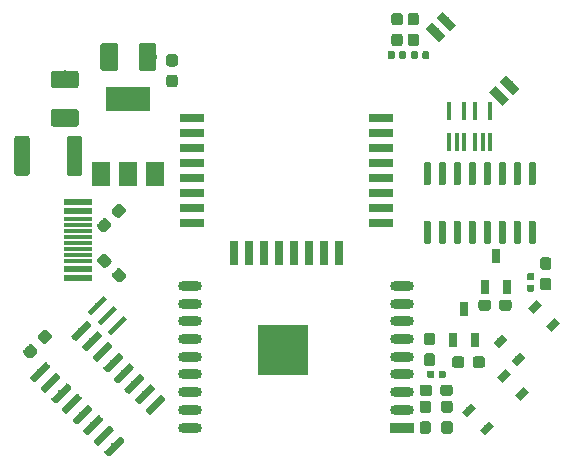
<source format=gbr>
G04 #@! TF.GenerationSoftware,KiCad,Pcbnew,(5.1.4-0-10_14)*
G04 #@! TF.CreationDate,2019-11-19T00:31:20+08:00*
G04 #@! TF.ProjectId,z2m_partner,7a326d5f-7061-4727-946e-65722e6b6963,rev?*
G04 #@! TF.SameCoordinates,Original*
G04 #@! TF.FileFunction,Paste,Top*
G04 #@! TF.FilePolarity,Positive*
%FSLAX46Y46*%
G04 Gerber Fmt 4.6, Leading zero omitted, Abs format (unit mm)*
G04 Created by KiCad (PCBNEW (5.1.4-0-10_14)) date 2019-11-19 00:31:20*
%MOMM*%
%LPD*%
G04 APERTURE LIST*
%ADD10R,0.650000X1.220000*%
%ADD11R,4.300000X4.300000*%
%ADD12O,2.000000X0.900000*%
%ADD13R,2.000000X0.900000*%
%ADD14C,0.100000*%
%ADD15C,0.950000*%
%ADD16C,1.500000*%
%ADD17C,1.300000*%
%ADD18C,0.760000*%
%ADD19C,0.650000*%
%ADD20C,0.600000*%
%ADD21R,2.000000X0.700000*%
%ADD22R,0.700000X2.000000*%
%ADD23R,0.400000X1.500000*%
%ADD24R,1.500000X2.000000*%
%ADD25R,3.800000X2.000000*%
%ADD26R,2.450000X0.600000*%
%ADD27R,2.450000X0.300000*%
%ADD28C,0.400000*%
%ADD29C,0.590000*%
G04 APERTURE END LIST*
D10*
X199650000Y-108720000D03*
X200600000Y-111340000D03*
X198700000Y-111340000D03*
D11*
X184317000Y-112165000D03*
D12*
X176437000Y-118745000D03*
X176437000Y-117245000D03*
X176437000Y-115745000D03*
X176437000Y-114245000D03*
X176437000Y-112745000D03*
X176437000Y-111245000D03*
X176437000Y-109745000D03*
X176437000Y-108245000D03*
X194437000Y-108245000D03*
X194437000Y-109745000D03*
X194437000Y-111245000D03*
X194437000Y-112745000D03*
X194437000Y-114245000D03*
X194437000Y-115745000D03*
X194437000Y-117245000D03*
D13*
X194437000Y-118745000D03*
D12*
X194437000Y-106745000D03*
X176437000Y-106745000D03*
D14*
G36*
X164237352Y-110443695D02*
G01*
X164260407Y-110447114D01*
X164283016Y-110452778D01*
X164304960Y-110460630D01*
X164326030Y-110470595D01*
X164346021Y-110482577D01*
X164364741Y-110496461D01*
X164382011Y-110512113D01*
X164717887Y-110847989D01*
X164733539Y-110865259D01*
X164747423Y-110883979D01*
X164759405Y-110903970D01*
X164769370Y-110925040D01*
X164777222Y-110946984D01*
X164782886Y-110969593D01*
X164786305Y-110992648D01*
X164787449Y-111015927D01*
X164786305Y-111039206D01*
X164782886Y-111062261D01*
X164777222Y-111084870D01*
X164769370Y-111106814D01*
X164759405Y-111127884D01*
X164747423Y-111147875D01*
X164733539Y-111166595D01*
X164717887Y-111183865D01*
X164311301Y-111590451D01*
X164294031Y-111606103D01*
X164275311Y-111619987D01*
X164255320Y-111631969D01*
X164234250Y-111641934D01*
X164212306Y-111649786D01*
X164189697Y-111655450D01*
X164166642Y-111658869D01*
X164143363Y-111660013D01*
X164120084Y-111658869D01*
X164097029Y-111655450D01*
X164074420Y-111649786D01*
X164052476Y-111641934D01*
X164031406Y-111631969D01*
X164011415Y-111619987D01*
X163992695Y-111606103D01*
X163975425Y-111590451D01*
X163639549Y-111254575D01*
X163623897Y-111237305D01*
X163610013Y-111218585D01*
X163598031Y-111198594D01*
X163588066Y-111177524D01*
X163580214Y-111155580D01*
X163574550Y-111132971D01*
X163571131Y-111109916D01*
X163569987Y-111086637D01*
X163571131Y-111063358D01*
X163574550Y-111040303D01*
X163580214Y-111017694D01*
X163588066Y-110995750D01*
X163598031Y-110974680D01*
X163610013Y-110954689D01*
X163623897Y-110935969D01*
X163639549Y-110918699D01*
X164046135Y-110512113D01*
X164063405Y-110496461D01*
X164082125Y-110482577D01*
X164102116Y-110470595D01*
X164123186Y-110460630D01*
X164145130Y-110452778D01*
X164167739Y-110447114D01*
X164190794Y-110443695D01*
X164214073Y-110442551D01*
X164237352Y-110443695D01*
X164237352Y-110443695D01*
G37*
D15*
X164178718Y-111051282D03*
D14*
G36*
X162999916Y-111681131D02*
G01*
X163022971Y-111684550D01*
X163045580Y-111690214D01*
X163067524Y-111698066D01*
X163088594Y-111708031D01*
X163108585Y-111720013D01*
X163127305Y-111733897D01*
X163144575Y-111749549D01*
X163480451Y-112085425D01*
X163496103Y-112102695D01*
X163509987Y-112121415D01*
X163521969Y-112141406D01*
X163531934Y-112162476D01*
X163539786Y-112184420D01*
X163545450Y-112207029D01*
X163548869Y-112230084D01*
X163550013Y-112253363D01*
X163548869Y-112276642D01*
X163545450Y-112299697D01*
X163539786Y-112322306D01*
X163531934Y-112344250D01*
X163521969Y-112365320D01*
X163509987Y-112385311D01*
X163496103Y-112404031D01*
X163480451Y-112421301D01*
X163073865Y-112827887D01*
X163056595Y-112843539D01*
X163037875Y-112857423D01*
X163017884Y-112869405D01*
X162996814Y-112879370D01*
X162974870Y-112887222D01*
X162952261Y-112892886D01*
X162929206Y-112896305D01*
X162905927Y-112897449D01*
X162882648Y-112896305D01*
X162859593Y-112892886D01*
X162836984Y-112887222D01*
X162815040Y-112879370D01*
X162793970Y-112869405D01*
X162773979Y-112857423D01*
X162755259Y-112843539D01*
X162737989Y-112827887D01*
X162402113Y-112492011D01*
X162386461Y-112474741D01*
X162372577Y-112456021D01*
X162360595Y-112436030D01*
X162350630Y-112414960D01*
X162342778Y-112393016D01*
X162337114Y-112370407D01*
X162333695Y-112347352D01*
X162332551Y-112324073D01*
X162333695Y-112300794D01*
X162337114Y-112277739D01*
X162342778Y-112255130D01*
X162350630Y-112233186D01*
X162360595Y-112212116D01*
X162372577Y-112192125D01*
X162386461Y-112173405D01*
X162402113Y-112156135D01*
X162808699Y-111749549D01*
X162825969Y-111733897D01*
X162844689Y-111720013D01*
X162864680Y-111708031D01*
X162885750Y-111698066D01*
X162907694Y-111690214D01*
X162930303Y-111684550D01*
X162953358Y-111681131D01*
X162976637Y-111679987D01*
X162999916Y-111681131D01*
X162999916Y-111681131D01*
G37*
D15*
X162941282Y-112288718D03*
D14*
G36*
X198490779Y-115106144D02*
G01*
X198513834Y-115109563D01*
X198536443Y-115115227D01*
X198558387Y-115123079D01*
X198579457Y-115133044D01*
X198599448Y-115145026D01*
X198618168Y-115158910D01*
X198635438Y-115174562D01*
X198651090Y-115191832D01*
X198664974Y-115210552D01*
X198676956Y-115230543D01*
X198686921Y-115251613D01*
X198694773Y-115273557D01*
X198700437Y-115296166D01*
X198703856Y-115319221D01*
X198705000Y-115342500D01*
X198705000Y-115817500D01*
X198703856Y-115840779D01*
X198700437Y-115863834D01*
X198694773Y-115886443D01*
X198686921Y-115908387D01*
X198676956Y-115929457D01*
X198664974Y-115949448D01*
X198651090Y-115968168D01*
X198635438Y-115985438D01*
X198618168Y-116001090D01*
X198599448Y-116014974D01*
X198579457Y-116026956D01*
X198558387Y-116036921D01*
X198536443Y-116044773D01*
X198513834Y-116050437D01*
X198490779Y-116053856D01*
X198467500Y-116055000D01*
X197892500Y-116055000D01*
X197869221Y-116053856D01*
X197846166Y-116050437D01*
X197823557Y-116044773D01*
X197801613Y-116036921D01*
X197780543Y-116026956D01*
X197760552Y-116014974D01*
X197741832Y-116001090D01*
X197724562Y-115985438D01*
X197708910Y-115968168D01*
X197695026Y-115949448D01*
X197683044Y-115929457D01*
X197673079Y-115908387D01*
X197665227Y-115886443D01*
X197659563Y-115863834D01*
X197656144Y-115840779D01*
X197655000Y-115817500D01*
X197655000Y-115342500D01*
X197656144Y-115319221D01*
X197659563Y-115296166D01*
X197665227Y-115273557D01*
X197673079Y-115251613D01*
X197683044Y-115230543D01*
X197695026Y-115210552D01*
X197708910Y-115191832D01*
X197724562Y-115174562D01*
X197741832Y-115158910D01*
X197760552Y-115145026D01*
X197780543Y-115133044D01*
X197801613Y-115123079D01*
X197823557Y-115115227D01*
X197846166Y-115109563D01*
X197869221Y-115106144D01*
X197892500Y-115105000D01*
X198467500Y-115105000D01*
X198490779Y-115106144D01*
X198490779Y-115106144D01*
G37*
D15*
X198180000Y-115580000D03*
D14*
G36*
X196740779Y-115106144D02*
G01*
X196763834Y-115109563D01*
X196786443Y-115115227D01*
X196808387Y-115123079D01*
X196829457Y-115133044D01*
X196849448Y-115145026D01*
X196868168Y-115158910D01*
X196885438Y-115174562D01*
X196901090Y-115191832D01*
X196914974Y-115210552D01*
X196926956Y-115230543D01*
X196936921Y-115251613D01*
X196944773Y-115273557D01*
X196950437Y-115296166D01*
X196953856Y-115319221D01*
X196955000Y-115342500D01*
X196955000Y-115817500D01*
X196953856Y-115840779D01*
X196950437Y-115863834D01*
X196944773Y-115886443D01*
X196936921Y-115908387D01*
X196926956Y-115929457D01*
X196914974Y-115949448D01*
X196901090Y-115968168D01*
X196885438Y-115985438D01*
X196868168Y-116001090D01*
X196849448Y-116014974D01*
X196829457Y-116026956D01*
X196808387Y-116036921D01*
X196786443Y-116044773D01*
X196763834Y-116050437D01*
X196740779Y-116053856D01*
X196717500Y-116055000D01*
X196142500Y-116055000D01*
X196119221Y-116053856D01*
X196096166Y-116050437D01*
X196073557Y-116044773D01*
X196051613Y-116036921D01*
X196030543Y-116026956D01*
X196010552Y-116014974D01*
X195991832Y-116001090D01*
X195974562Y-115985438D01*
X195958910Y-115968168D01*
X195945026Y-115949448D01*
X195933044Y-115929457D01*
X195923079Y-115908387D01*
X195915227Y-115886443D01*
X195909563Y-115863834D01*
X195906144Y-115840779D01*
X195905000Y-115817500D01*
X195905000Y-115342500D01*
X195906144Y-115319221D01*
X195909563Y-115296166D01*
X195915227Y-115273557D01*
X195923079Y-115251613D01*
X195933044Y-115230543D01*
X195945026Y-115210552D01*
X195958910Y-115191832D01*
X195974562Y-115174562D01*
X195991832Y-115158910D01*
X196010552Y-115145026D01*
X196030543Y-115133044D01*
X196051613Y-115123079D01*
X196073557Y-115115227D01*
X196096166Y-115109563D01*
X196119221Y-115106144D01*
X196142500Y-115105000D01*
X196717500Y-115105000D01*
X196740779Y-115106144D01*
X196740779Y-115106144D01*
G37*
D15*
X196430000Y-115580000D03*
D14*
G36*
X166809504Y-88516204D02*
G01*
X166833773Y-88519804D01*
X166857571Y-88525765D01*
X166880671Y-88534030D01*
X166902849Y-88544520D01*
X166923893Y-88557133D01*
X166943598Y-88571747D01*
X166961777Y-88588223D01*
X166978253Y-88606402D01*
X166992867Y-88626107D01*
X167005480Y-88647151D01*
X167015970Y-88669329D01*
X167024235Y-88692429D01*
X167030196Y-88716227D01*
X167033796Y-88740496D01*
X167035000Y-88765000D01*
X167035000Y-89765000D01*
X167033796Y-89789504D01*
X167030196Y-89813773D01*
X167024235Y-89837571D01*
X167015970Y-89860671D01*
X167005480Y-89882849D01*
X166992867Y-89903893D01*
X166978253Y-89923598D01*
X166961777Y-89941777D01*
X166943598Y-89958253D01*
X166923893Y-89972867D01*
X166902849Y-89985480D01*
X166880671Y-89995970D01*
X166857571Y-90004235D01*
X166833773Y-90010196D01*
X166809504Y-90013796D01*
X166785000Y-90015000D01*
X164935000Y-90015000D01*
X164910496Y-90013796D01*
X164886227Y-90010196D01*
X164862429Y-90004235D01*
X164839329Y-89995970D01*
X164817151Y-89985480D01*
X164796107Y-89972867D01*
X164776402Y-89958253D01*
X164758223Y-89941777D01*
X164741747Y-89923598D01*
X164727133Y-89903893D01*
X164714520Y-89882849D01*
X164704030Y-89860671D01*
X164695765Y-89837571D01*
X164689804Y-89813773D01*
X164686204Y-89789504D01*
X164685000Y-89765000D01*
X164685000Y-88765000D01*
X164686204Y-88740496D01*
X164689804Y-88716227D01*
X164695765Y-88692429D01*
X164704030Y-88669329D01*
X164714520Y-88647151D01*
X164727133Y-88626107D01*
X164741747Y-88606402D01*
X164758223Y-88588223D01*
X164776402Y-88571747D01*
X164796107Y-88557133D01*
X164817151Y-88544520D01*
X164839329Y-88534030D01*
X164862429Y-88525765D01*
X164886227Y-88519804D01*
X164910496Y-88516204D01*
X164935000Y-88515000D01*
X166785000Y-88515000D01*
X166809504Y-88516204D01*
X166809504Y-88516204D01*
G37*
D16*
X165860000Y-89265000D03*
D14*
G36*
X166809504Y-91766204D02*
G01*
X166833773Y-91769804D01*
X166857571Y-91775765D01*
X166880671Y-91784030D01*
X166902849Y-91794520D01*
X166923893Y-91807133D01*
X166943598Y-91821747D01*
X166961777Y-91838223D01*
X166978253Y-91856402D01*
X166992867Y-91876107D01*
X167005480Y-91897151D01*
X167015970Y-91919329D01*
X167024235Y-91942429D01*
X167030196Y-91966227D01*
X167033796Y-91990496D01*
X167035000Y-92015000D01*
X167035000Y-93015000D01*
X167033796Y-93039504D01*
X167030196Y-93063773D01*
X167024235Y-93087571D01*
X167015970Y-93110671D01*
X167005480Y-93132849D01*
X166992867Y-93153893D01*
X166978253Y-93173598D01*
X166961777Y-93191777D01*
X166943598Y-93208253D01*
X166923893Y-93222867D01*
X166902849Y-93235480D01*
X166880671Y-93245970D01*
X166857571Y-93254235D01*
X166833773Y-93260196D01*
X166809504Y-93263796D01*
X166785000Y-93265000D01*
X164935000Y-93265000D01*
X164910496Y-93263796D01*
X164886227Y-93260196D01*
X164862429Y-93254235D01*
X164839329Y-93245970D01*
X164817151Y-93235480D01*
X164796107Y-93222867D01*
X164776402Y-93208253D01*
X164758223Y-93191777D01*
X164741747Y-93173598D01*
X164727133Y-93153893D01*
X164714520Y-93132849D01*
X164704030Y-93110671D01*
X164695765Y-93087571D01*
X164689804Y-93063773D01*
X164686204Y-93039504D01*
X164685000Y-93015000D01*
X164685000Y-92015000D01*
X164686204Y-91990496D01*
X164689804Y-91966227D01*
X164695765Y-91942429D01*
X164704030Y-91919329D01*
X164714520Y-91897151D01*
X164727133Y-91876107D01*
X164741747Y-91856402D01*
X164758223Y-91838223D01*
X164776402Y-91821747D01*
X164796107Y-91807133D01*
X164817151Y-91794520D01*
X164839329Y-91784030D01*
X164862429Y-91775765D01*
X164886227Y-91769804D01*
X164910496Y-91766204D01*
X164935000Y-91765000D01*
X166785000Y-91765000D01*
X166809504Y-91766204D01*
X166809504Y-91766204D01*
G37*
D16*
X165860000Y-92515000D03*
D14*
G36*
X173399504Y-86186204D02*
G01*
X173423773Y-86189804D01*
X173447571Y-86195765D01*
X173470671Y-86204030D01*
X173492849Y-86214520D01*
X173513893Y-86227133D01*
X173533598Y-86241747D01*
X173551777Y-86258223D01*
X173568253Y-86276402D01*
X173582867Y-86296107D01*
X173595480Y-86317151D01*
X173605970Y-86339329D01*
X173614235Y-86362429D01*
X173620196Y-86386227D01*
X173623796Y-86410496D01*
X173625000Y-86435000D01*
X173625000Y-88285000D01*
X173623796Y-88309504D01*
X173620196Y-88333773D01*
X173614235Y-88357571D01*
X173605970Y-88380671D01*
X173595480Y-88402849D01*
X173582867Y-88423893D01*
X173568253Y-88443598D01*
X173551777Y-88461777D01*
X173533598Y-88478253D01*
X173513893Y-88492867D01*
X173492849Y-88505480D01*
X173470671Y-88515970D01*
X173447571Y-88524235D01*
X173423773Y-88530196D01*
X173399504Y-88533796D01*
X173375000Y-88535000D01*
X172375000Y-88535000D01*
X172350496Y-88533796D01*
X172326227Y-88530196D01*
X172302429Y-88524235D01*
X172279329Y-88515970D01*
X172257151Y-88505480D01*
X172236107Y-88492867D01*
X172216402Y-88478253D01*
X172198223Y-88461777D01*
X172181747Y-88443598D01*
X172167133Y-88423893D01*
X172154520Y-88402849D01*
X172144030Y-88380671D01*
X172135765Y-88357571D01*
X172129804Y-88333773D01*
X172126204Y-88309504D01*
X172125000Y-88285000D01*
X172125000Y-86435000D01*
X172126204Y-86410496D01*
X172129804Y-86386227D01*
X172135765Y-86362429D01*
X172144030Y-86339329D01*
X172154520Y-86317151D01*
X172167133Y-86296107D01*
X172181747Y-86276402D01*
X172198223Y-86258223D01*
X172216402Y-86241747D01*
X172236107Y-86227133D01*
X172257151Y-86214520D01*
X172279329Y-86204030D01*
X172302429Y-86195765D01*
X172326227Y-86189804D01*
X172350496Y-86186204D01*
X172375000Y-86185000D01*
X173375000Y-86185000D01*
X173399504Y-86186204D01*
X173399504Y-86186204D01*
G37*
D16*
X172875000Y-87360000D03*
D14*
G36*
X170149504Y-86186204D02*
G01*
X170173773Y-86189804D01*
X170197571Y-86195765D01*
X170220671Y-86204030D01*
X170242849Y-86214520D01*
X170263893Y-86227133D01*
X170283598Y-86241747D01*
X170301777Y-86258223D01*
X170318253Y-86276402D01*
X170332867Y-86296107D01*
X170345480Y-86317151D01*
X170355970Y-86339329D01*
X170364235Y-86362429D01*
X170370196Y-86386227D01*
X170373796Y-86410496D01*
X170375000Y-86435000D01*
X170375000Y-88285000D01*
X170373796Y-88309504D01*
X170370196Y-88333773D01*
X170364235Y-88357571D01*
X170355970Y-88380671D01*
X170345480Y-88402849D01*
X170332867Y-88423893D01*
X170318253Y-88443598D01*
X170301777Y-88461777D01*
X170283598Y-88478253D01*
X170263893Y-88492867D01*
X170242849Y-88505480D01*
X170220671Y-88515970D01*
X170197571Y-88524235D01*
X170173773Y-88530196D01*
X170149504Y-88533796D01*
X170125000Y-88535000D01*
X169125000Y-88535000D01*
X169100496Y-88533796D01*
X169076227Y-88530196D01*
X169052429Y-88524235D01*
X169029329Y-88515970D01*
X169007151Y-88505480D01*
X168986107Y-88492867D01*
X168966402Y-88478253D01*
X168948223Y-88461777D01*
X168931747Y-88443598D01*
X168917133Y-88423893D01*
X168904520Y-88402849D01*
X168894030Y-88380671D01*
X168885765Y-88357571D01*
X168879804Y-88333773D01*
X168876204Y-88309504D01*
X168875000Y-88285000D01*
X168875000Y-86435000D01*
X168876204Y-86410496D01*
X168879804Y-86386227D01*
X168885765Y-86362429D01*
X168894030Y-86339329D01*
X168904520Y-86317151D01*
X168917133Y-86296107D01*
X168931747Y-86276402D01*
X168948223Y-86258223D01*
X168966402Y-86241747D01*
X168986107Y-86227133D01*
X169007151Y-86214520D01*
X169029329Y-86204030D01*
X169052429Y-86195765D01*
X169076227Y-86189804D01*
X169100496Y-86186204D01*
X169125000Y-86185000D01*
X170125000Y-86185000D01*
X170149504Y-86186204D01*
X170149504Y-86186204D01*
G37*
D16*
X169625000Y-87360000D03*
D14*
G36*
X175200779Y-87131144D02*
G01*
X175223834Y-87134563D01*
X175246443Y-87140227D01*
X175268387Y-87148079D01*
X175289457Y-87158044D01*
X175309448Y-87170026D01*
X175328168Y-87183910D01*
X175345438Y-87199562D01*
X175361090Y-87216832D01*
X175374974Y-87235552D01*
X175386956Y-87255543D01*
X175396921Y-87276613D01*
X175404773Y-87298557D01*
X175410437Y-87321166D01*
X175413856Y-87344221D01*
X175415000Y-87367500D01*
X175415000Y-87942500D01*
X175413856Y-87965779D01*
X175410437Y-87988834D01*
X175404773Y-88011443D01*
X175396921Y-88033387D01*
X175386956Y-88054457D01*
X175374974Y-88074448D01*
X175361090Y-88093168D01*
X175345438Y-88110438D01*
X175328168Y-88126090D01*
X175309448Y-88139974D01*
X175289457Y-88151956D01*
X175268387Y-88161921D01*
X175246443Y-88169773D01*
X175223834Y-88175437D01*
X175200779Y-88178856D01*
X175177500Y-88180000D01*
X174702500Y-88180000D01*
X174679221Y-88178856D01*
X174656166Y-88175437D01*
X174633557Y-88169773D01*
X174611613Y-88161921D01*
X174590543Y-88151956D01*
X174570552Y-88139974D01*
X174551832Y-88126090D01*
X174534562Y-88110438D01*
X174518910Y-88093168D01*
X174505026Y-88074448D01*
X174493044Y-88054457D01*
X174483079Y-88033387D01*
X174475227Y-88011443D01*
X174469563Y-87988834D01*
X174466144Y-87965779D01*
X174465000Y-87942500D01*
X174465000Y-87367500D01*
X174466144Y-87344221D01*
X174469563Y-87321166D01*
X174475227Y-87298557D01*
X174483079Y-87276613D01*
X174493044Y-87255543D01*
X174505026Y-87235552D01*
X174518910Y-87216832D01*
X174534562Y-87199562D01*
X174551832Y-87183910D01*
X174570552Y-87170026D01*
X174590543Y-87158044D01*
X174611613Y-87148079D01*
X174633557Y-87140227D01*
X174656166Y-87134563D01*
X174679221Y-87131144D01*
X174702500Y-87130000D01*
X175177500Y-87130000D01*
X175200779Y-87131144D01*
X175200779Y-87131144D01*
G37*
D15*
X174940000Y-87655000D03*
D14*
G36*
X175200779Y-88881144D02*
G01*
X175223834Y-88884563D01*
X175246443Y-88890227D01*
X175268387Y-88898079D01*
X175289457Y-88908044D01*
X175309448Y-88920026D01*
X175328168Y-88933910D01*
X175345438Y-88949562D01*
X175361090Y-88966832D01*
X175374974Y-88985552D01*
X175386956Y-89005543D01*
X175396921Y-89026613D01*
X175404773Y-89048557D01*
X175410437Y-89071166D01*
X175413856Y-89094221D01*
X175415000Y-89117500D01*
X175415000Y-89692500D01*
X175413856Y-89715779D01*
X175410437Y-89738834D01*
X175404773Y-89761443D01*
X175396921Y-89783387D01*
X175386956Y-89804457D01*
X175374974Y-89824448D01*
X175361090Y-89843168D01*
X175345438Y-89860438D01*
X175328168Y-89876090D01*
X175309448Y-89889974D01*
X175289457Y-89901956D01*
X175268387Y-89911921D01*
X175246443Y-89919773D01*
X175223834Y-89925437D01*
X175200779Y-89928856D01*
X175177500Y-89930000D01*
X174702500Y-89930000D01*
X174679221Y-89928856D01*
X174656166Y-89925437D01*
X174633557Y-89919773D01*
X174611613Y-89911921D01*
X174590543Y-89901956D01*
X174570552Y-89889974D01*
X174551832Y-89876090D01*
X174534562Y-89860438D01*
X174518910Y-89843168D01*
X174505026Y-89824448D01*
X174493044Y-89804457D01*
X174483079Y-89783387D01*
X174475227Y-89761443D01*
X174469563Y-89738834D01*
X174466144Y-89715779D01*
X174465000Y-89692500D01*
X174465000Y-89117500D01*
X174466144Y-89094221D01*
X174469563Y-89071166D01*
X174475227Y-89048557D01*
X174483079Y-89026613D01*
X174493044Y-89005543D01*
X174505026Y-88985552D01*
X174518910Y-88966832D01*
X174534562Y-88949562D01*
X174551832Y-88933910D01*
X174570552Y-88920026D01*
X174590543Y-88908044D01*
X174611613Y-88898079D01*
X174633557Y-88890227D01*
X174656166Y-88884563D01*
X174679221Y-88881144D01*
X174702500Y-88880000D01*
X175177500Y-88880000D01*
X175200779Y-88881144D01*
X175200779Y-88881144D01*
G37*
D15*
X174940000Y-89405000D03*
D14*
G36*
X162659504Y-94031204D02*
G01*
X162683773Y-94034804D01*
X162707571Y-94040765D01*
X162730671Y-94049030D01*
X162752849Y-94059520D01*
X162773893Y-94072133D01*
X162793598Y-94086747D01*
X162811777Y-94103223D01*
X162828253Y-94121402D01*
X162842867Y-94141107D01*
X162855480Y-94162151D01*
X162865970Y-94184329D01*
X162874235Y-94207429D01*
X162880196Y-94231227D01*
X162883796Y-94255496D01*
X162885000Y-94280000D01*
X162885000Y-97180000D01*
X162883796Y-97204504D01*
X162880196Y-97228773D01*
X162874235Y-97252571D01*
X162865970Y-97275671D01*
X162855480Y-97297849D01*
X162842867Y-97318893D01*
X162828253Y-97338598D01*
X162811777Y-97356777D01*
X162793598Y-97373253D01*
X162773893Y-97387867D01*
X162752849Y-97400480D01*
X162730671Y-97410970D01*
X162707571Y-97419235D01*
X162683773Y-97425196D01*
X162659504Y-97428796D01*
X162635000Y-97430000D01*
X161835000Y-97430000D01*
X161810496Y-97428796D01*
X161786227Y-97425196D01*
X161762429Y-97419235D01*
X161739329Y-97410970D01*
X161717151Y-97400480D01*
X161696107Y-97387867D01*
X161676402Y-97373253D01*
X161658223Y-97356777D01*
X161641747Y-97338598D01*
X161627133Y-97318893D01*
X161614520Y-97297849D01*
X161604030Y-97275671D01*
X161595765Y-97252571D01*
X161589804Y-97228773D01*
X161586204Y-97204504D01*
X161585000Y-97180000D01*
X161585000Y-94280000D01*
X161586204Y-94255496D01*
X161589804Y-94231227D01*
X161595765Y-94207429D01*
X161604030Y-94184329D01*
X161614520Y-94162151D01*
X161627133Y-94141107D01*
X161641747Y-94121402D01*
X161658223Y-94103223D01*
X161676402Y-94086747D01*
X161696107Y-94072133D01*
X161717151Y-94059520D01*
X161739329Y-94049030D01*
X161762429Y-94040765D01*
X161786227Y-94034804D01*
X161810496Y-94031204D01*
X161835000Y-94030000D01*
X162635000Y-94030000D01*
X162659504Y-94031204D01*
X162659504Y-94031204D01*
G37*
D17*
X162235000Y-95730000D03*
D14*
G36*
X167109504Y-94031204D02*
G01*
X167133773Y-94034804D01*
X167157571Y-94040765D01*
X167180671Y-94049030D01*
X167202849Y-94059520D01*
X167223893Y-94072133D01*
X167243598Y-94086747D01*
X167261777Y-94103223D01*
X167278253Y-94121402D01*
X167292867Y-94141107D01*
X167305480Y-94162151D01*
X167315970Y-94184329D01*
X167324235Y-94207429D01*
X167330196Y-94231227D01*
X167333796Y-94255496D01*
X167335000Y-94280000D01*
X167335000Y-97180000D01*
X167333796Y-97204504D01*
X167330196Y-97228773D01*
X167324235Y-97252571D01*
X167315970Y-97275671D01*
X167305480Y-97297849D01*
X167292867Y-97318893D01*
X167278253Y-97338598D01*
X167261777Y-97356777D01*
X167243598Y-97373253D01*
X167223893Y-97387867D01*
X167202849Y-97400480D01*
X167180671Y-97410970D01*
X167157571Y-97419235D01*
X167133773Y-97425196D01*
X167109504Y-97428796D01*
X167085000Y-97430000D01*
X166285000Y-97430000D01*
X166260496Y-97428796D01*
X166236227Y-97425196D01*
X166212429Y-97419235D01*
X166189329Y-97410970D01*
X166167151Y-97400480D01*
X166146107Y-97387867D01*
X166126402Y-97373253D01*
X166108223Y-97356777D01*
X166091747Y-97338598D01*
X166077133Y-97318893D01*
X166064520Y-97297849D01*
X166054030Y-97275671D01*
X166045765Y-97252571D01*
X166039804Y-97228773D01*
X166036204Y-97204504D01*
X166035000Y-97180000D01*
X166035000Y-94280000D01*
X166036204Y-94255496D01*
X166039804Y-94231227D01*
X166045765Y-94207429D01*
X166054030Y-94184329D01*
X166064520Y-94162151D01*
X166077133Y-94141107D01*
X166091747Y-94121402D01*
X166108223Y-94103223D01*
X166126402Y-94086747D01*
X166146107Y-94072133D01*
X166167151Y-94059520D01*
X166189329Y-94049030D01*
X166212429Y-94040765D01*
X166236227Y-94034804D01*
X166260496Y-94031204D01*
X166285000Y-94030000D01*
X167085000Y-94030000D01*
X167109504Y-94031204D01*
X167109504Y-94031204D01*
G37*
D17*
X166685000Y-95730000D03*
D14*
G36*
X195620779Y-83641144D02*
G01*
X195643834Y-83644563D01*
X195666443Y-83650227D01*
X195688387Y-83658079D01*
X195709457Y-83668044D01*
X195729448Y-83680026D01*
X195748168Y-83693910D01*
X195765438Y-83709562D01*
X195781090Y-83726832D01*
X195794974Y-83745552D01*
X195806956Y-83765543D01*
X195816921Y-83786613D01*
X195824773Y-83808557D01*
X195830437Y-83831166D01*
X195833856Y-83854221D01*
X195835000Y-83877500D01*
X195835000Y-84452500D01*
X195833856Y-84475779D01*
X195830437Y-84498834D01*
X195824773Y-84521443D01*
X195816921Y-84543387D01*
X195806956Y-84564457D01*
X195794974Y-84584448D01*
X195781090Y-84603168D01*
X195765438Y-84620438D01*
X195748168Y-84636090D01*
X195729448Y-84649974D01*
X195709457Y-84661956D01*
X195688387Y-84671921D01*
X195666443Y-84679773D01*
X195643834Y-84685437D01*
X195620779Y-84688856D01*
X195597500Y-84690000D01*
X195122500Y-84690000D01*
X195099221Y-84688856D01*
X195076166Y-84685437D01*
X195053557Y-84679773D01*
X195031613Y-84671921D01*
X195010543Y-84661956D01*
X194990552Y-84649974D01*
X194971832Y-84636090D01*
X194954562Y-84620438D01*
X194938910Y-84603168D01*
X194925026Y-84584448D01*
X194913044Y-84564457D01*
X194903079Y-84543387D01*
X194895227Y-84521443D01*
X194889563Y-84498834D01*
X194886144Y-84475779D01*
X194885000Y-84452500D01*
X194885000Y-83877500D01*
X194886144Y-83854221D01*
X194889563Y-83831166D01*
X194895227Y-83808557D01*
X194903079Y-83786613D01*
X194913044Y-83765543D01*
X194925026Y-83745552D01*
X194938910Y-83726832D01*
X194954562Y-83709562D01*
X194971832Y-83693910D01*
X194990552Y-83680026D01*
X195010543Y-83668044D01*
X195031613Y-83658079D01*
X195053557Y-83650227D01*
X195076166Y-83644563D01*
X195099221Y-83641144D01*
X195122500Y-83640000D01*
X195597500Y-83640000D01*
X195620779Y-83641144D01*
X195620779Y-83641144D01*
G37*
D15*
X195360000Y-84165000D03*
D14*
G36*
X195620779Y-85391144D02*
G01*
X195643834Y-85394563D01*
X195666443Y-85400227D01*
X195688387Y-85408079D01*
X195709457Y-85418044D01*
X195729448Y-85430026D01*
X195748168Y-85443910D01*
X195765438Y-85459562D01*
X195781090Y-85476832D01*
X195794974Y-85495552D01*
X195806956Y-85515543D01*
X195816921Y-85536613D01*
X195824773Y-85558557D01*
X195830437Y-85581166D01*
X195833856Y-85604221D01*
X195835000Y-85627500D01*
X195835000Y-86202500D01*
X195833856Y-86225779D01*
X195830437Y-86248834D01*
X195824773Y-86271443D01*
X195816921Y-86293387D01*
X195806956Y-86314457D01*
X195794974Y-86334448D01*
X195781090Y-86353168D01*
X195765438Y-86370438D01*
X195748168Y-86386090D01*
X195729448Y-86399974D01*
X195709457Y-86411956D01*
X195688387Y-86421921D01*
X195666443Y-86429773D01*
X195643834Y-86435437D01*
X195620779Y-86438856D01*
X195597500Y-86440000D01*
X195122500Y-86440000D01*
X195099221Y-86438856D01*
X195076166Y-86435437D01*
X195053557Y-86429773D01*
X195031613Y-86421921D01*
X195010543Y-86411956D01*
X194990552Y-86399974D01*
X194971832Y-86386090D01*
X194954562Y-86370438D01*
X194938910Y-86353168D01*
X194925026Y-86334448D01*
X194913044Y-86314457D01*
X194903079Y-86293387D01*
X194895227Y-86271443D01*
X194889563Y-86248834D01*
X194886144Y-86225779D01*
X194885000Y-86202500D01*
X194885000Y-85627500D01*
X194886144Y-85604221D01*
X194889563Y-85581166D01*
X194895227Y-85558557D01*
X194903079Y-85536613D01*
X194913044Y-85515543D01*
X194925026Y-85495552D01*
X194938910Y-85476832D01*
X194954562Y-85459562D01*
X194971832Y-85443910D01*
X194990552Y-85430026D01*
X195010543Y-85418044D01*
X195031613Y-85408079D01*
X195053557Y-85400227D01*
X195076166Y-85394563D01*
X195099221Y-85391144D01*
X195122500Y-85390000D01*
X195597500Y-85390000D01*
X195620779Y-85391144D01*
X195620779Y-85391144D01*
G37*
D15*
X195360000Y-85915000D03*
D14*
G36*
X194250779Y-85391144D02*
G01*
X194273834Y-85394563D01*
X194296443Y-85400227D01*
X194318387Y-85408079D01*
X194339457Y-85418044D01*
X194359448Y-85430026D01*
X194378168Y-85443910D01*
X194395438Y-85459562D01*
X194411090Y-85476832D01*
X194424974Y-85495552D01*
X194436956Y-85515543D01*
X194446921Y-85536613D01*
X194454773Y-85558557D01*
X194460437Y-85581166D01*
X194463856Y-85604221D01*
X194465000Y-85627500D01*
X194465000Y-86202500D01*
X194463856Y-86225779D01*
X194460437Y-86248834D01*
X194454773Y-86271443D01*
X194446921Y-86293387D01*
X194436956Y-86314457D01*
X194424974Y-86334448D01*
X194411090Y-86353168D01*
X194395438Y-86370438D01*
X194378168Y-86386090D01*
X194359448Y-86399974D01*
X194339457Y-86411956D01*
X194318387Y-86421921D01*
X194296443Y-86429773D01*
X194273834Y-86435437D01*
X194250779Y-86438856D01*
X194227500Y-86440000D01*
X193752500Y-86440000D01*
X193729221Y-86438856D01*
X193706166Y-86435437D01*
X193683557Y-86429773D01*
X193661613Y-86421921D01*
X193640543Y-86411956D01*
X193620552Y-86399974D01*
X193601832Y-86386090D01*
X193584562Y-86370438D01*
X193568910Y-86353168D01*
X193555026Y-86334448D01*
X193543044Y-86314457D01*
X193533079Y-86293387D01*
X193525227Y-86271443D01*
X193519563Y-86248834D01*
X193516144Y-86225779D01*
X193515000Y-86202500D01*
X193515000Y-85627500D01*
X193516144Y-85604221D01*
X193519563Y-85581166D01*
X193525227Y-85558557D01*
X193533079Y-85536613D01*
X193543044Y-85515543D01*
X193555026Y-85495552D01*
X193568910Y-85476832D01*
X193584562Y-85459562D01*
X193601832Y-85443910D01*
X193620552Y-85430026D01*
X193640543Y-85418044D01*
X193661613Y-85408079D01*
X193683557Y-85400227D01*
X193706166Y-85394563D01*
X193729221Y-85391144D01*
X193752500Y-85390000D01*
X194227500Y-85390000D01*
X194250779Y-85391144D01*
X194250779Y-85391144D01*
G37*
D15*
X193990000Y-85915000D03*
D14*
G36*
X194250779Y-83641144D02*
G01*
X194273834Y-83644563D01*
X194296443Y-83650227D01*
X194318387Y-83658079D01*
X194339457Y-83668044D01*
X194359448Y-83680026D01*
X194378168Y-83693910D01*
X194395438Y-83709562D01*
X194411090Y-83726832D01*
X194424974Y-83745552D01*
X194436956Y-83765543D01*
X194446921Y-83786613D01*
X194454773Y-83808557D01*
X194460437Y-83831166D01*
X194463856Y-83854221D01*
X194465000Y-83877500D01*
X194465000Y-84452500D01*
X194463856Y-84475779D01*
X194460437Y-84498834D01*
X194454773Y-84521443D01*
X194446921Y-84543387D01*
X194436956Y-84564457D01*
X194424974Y-84584448D01*
X194411090Y-84603168D01*
X194395438Y-84620438D01*
X194378168Y-84636090D01*
X194359448Y-84649974D01*
X194339457Y-84661956D01*
X194318387Y-84671921D01*
X194296443Y-84679773D01*
X194273834Y-84685437D01*
X194250779Y-84688856D01*
X194227500Y-84690000D01*
X193752500Y-84690000D01*
X193729221Y-84688856D01*
X193706166Y-84685437D01*
X193683557Y-84679773D01*
X193661613Y-84671921D01*
X193640543Y-84661956D01*
X193620552Y-84649974D01*
X193601832Y-84636090D01*
X193584562Y-84620438D01*
X193568910Y-84603168D01*
X193555026Y-84584448D01*
X193543044Y-84564457D01*
X193533079Y-84543387D01*
X193525227Y-84521443D01*
X193519563Y-84498834D01*
X193516144Y-84475779D01*
X193515000Y-84452500D01*
X193515000Y-83877500D01*
X193516144Y-83854221D01*
X193519563Y-83831166D01*
X193525227Y-83808557D01*
X193533079Y-83786613D01*
X193543044Y-83765543D01*
X193555026Y-83745552D01*
X193568910Y-83726832D01*
X193584562Y-83709562D01*
X193601832Y-83693910D01*
X193620552Y-83680026D01*
X193640543Y-83668044D01*
X193661613Y-83658079D01*
X193683557Y-83650227D01*
X193706166Y-83644563D01*
X193729221Y-83641144D01*
X193752500Y-83640000D01*
X194227500Y-83640000D01*
X194250779Y-83641144D01*
X194250779Y-83641144D01*
G37*
D15*
X193990000Y-84165000D03*
D14*
G36*
X206840779Y-106081144D02*
G01*
X206863834Y-106084563D01*
X206886443Y-106090227D01*
X206908387Y-106098079D01*
X206929457Y-106108044D01*
X206949448Y-106120026D01*
X206968168Y-106133910D01*
X206985438Y-106149562D01*
X207001090Y-106166832D01*
X207014974Y-106185552D01*
X207026956Y-106205543D01*
X207036921Y-106226613D01*
X207044773Y-106248557D01*
X207050437Y-106271166D01*
X207053856Y-106294221D01*
X207055000Y-106317500D01*
X207055000Y-106892500D01*
X207053856Y-106915779D01*
X207050437Y-106938834D01*
X207044773Y-106961443D01*
X207036921Y-106983387D01*
X207026956Y-107004457D01*
X207014974Y-107024448D01*
X207001090Y-107043168D01*
X206985438Y-107060438D01*
X206968168Y-107076090D01*
X206949448Y-107089974D01*
X206929457Y-107101956D01*
X206908387Y-107111921D01*
X206886443Y-107119773D01*
X206863834Y-107125437D01*
X206840779Y-107128856D01*
X206817500Y-107130000D01*
X206342500Y-107130000D01*
X206319221Y-107128856D01*
X206296166Y-107125437D01*
X206273557Y-107119773D01*
X206251613Y-107111921D01*
X206230543Y-107101956D01*
X206210552Y-107089974D01*
X206191832Y-107076090D01*
X206174562Y-107060438D01*
X206158910Y-107043168D01*
X206145026Y-107024448D01*
X206133044Y-107004457D01*
X206123079Y-106983387D01*
X206115227Y-106961443D01*
X206109563Y-106938834D01*
X206106144Y-106915779D01*
X206105000Y-106892500D01*
X206105000Y-106317500D01*
X206106144Y-106294221D01*
X206109563Y-106271166D01*
X206115227Y-106248557D01*
X206123079Y-106226613D01*
X206133044Y-106205543D01*
X206145026Y-106185552D01*
X206158910Y-106166832D01*
X206174562Y-106149562D01*
X206191832Y-106133910D01*
X206210552Y-106120026D01*
X206230543Y-106108044D01*
X206251613Y-106098079D01*
X206273557Y-106090227D01*
X206296166Y-106084563D01*
X206319221Y-106081144D01*
X206342500Y-106080000D01*
X206817500Y-106080000D01*
X206840779Y-106081144D01*
X206840779Y-106081144D01*
G37*
D15*
X206580000Y-106605000D03*
D14*
G36*
X206840779Y-104331144D02*
G01*
X206863834Y-104334563D01*
X206886443Y-104340227D01*
X206908387Y-104348079D01*
X206929457Y-104358044D01*
X206949448Y-104370026D01*
X206968168Y-104383910D01*
X206985438Y-104399562D01*
X207001090Y-104416832D01*
X207014974Y-104435552D01*
X207026956Y-104455543D01*
X207036921Y-104476613D01*
X207044773Y-104498557D01*
X207050437Y-104521166D01*
X207053856Y-104544221D01*
X207055000Y-104567500D01*
X207055000Y-105142500D01*
X207053856Y-105165779D01*
X207050437Y-105188834D01*
X207044773Y-105211443D01*
X207036921Y-105233387D01*
X207026956Y-105254457D01*
X207014974Y-105274448D01*
X207001090Y-105293168D01*
X206985438Y-105310438D01*
X206968168Y-105326090D01*
X206949448Y-105339974D01*
X206929457Y-105351956D01*
X206908387Y-105361921D01*
X206886443Y-105369773D01*
X206863834Y-105375437D01*
X206840779Y-105378856D01*
X206817500Y-105380000D01*
X206342500Y-105380000D01*
X206319221Y-105378856D01*
X206296166Y-105375437D01*
X206273557Y-105369773D01*
X206251613Y-105361921D01*
X206230543Y-105351956D01*
X206210552Y-105339974D01*
X206191832Y-105326090D01*
X206174562Y-105310438D01*
X206158910Y-105293168D01*
X206145026Y-105274448D01*
X206133044Y-105254457D01*
X206123079Y-105233387D01*
X206115227Y-105211443D01*
X206109563Y-105188834D01*
X206106144Y-105165779D01*
X206105000Y-105142500D01*
X206105000Y-104567500D01*
X206106144Y-104544221D01*
X206109563Y-104521166D01*
X206115227Y-104498557D01*
X206123079Y-104476613D01*
X206133044Y-104455543D01*
X206145026Y-104435552D01*
X206158910Y-104416832D01*
X206174562Y-104399562D01*
X206191832Y-104383910D01*
X206210552Y-104370026D01*
X206230543Y-104358044D01*
X206251613Y-104348079D01*
X206273557Y-104340227D01*
X206296166Y-104334563D01*
X206319221Y-104331144D01*
X206342500Y-104330000D01*
X206817500Y-104330000D01*
X206840779Y-104331144D01*
X206840779Y-104331144D01*
G37*
D15*
X206580000Y-104855000D03*
D14*
G36*
X196640779Y-116466144D02*
G01*
X196663834Y-116469563D01*
X196686443Y-116475227D01*
X196708387Y-116483079D01*
X196729457Y-116493044D01*
X196749448Y-116505026D01*
X196768168Y-116518910D01*
X196785438Y-116534562D01*
X196801090Y-116551832D01*
X196814974Y-116570552D01*
X196826956Y-116590543D01*
X196836921Y-116611613D01*
X196844773Y-116633557D01*
X196850437Y-116656166D01*
X196853856Y-116679221D01*
X196855000Y-116702500D01*
X196855000Y-117277500D01*
X196853856Y-117300779D01*
X196850437Y-117323834D01*
X196844773Y-117346443D01*
X196836921Y-117368387D01*
X196826956Y-117389457D01*
X196814974Y-117409448D01*
X196801090Y-117428168D01*
X196785438Y-117445438D01*
X196768168Y-117461090D01*
X196749448Y-117474974D01*
X196729457Y-117486956D01*
X196708387Y-117496921D01*
X196686443Y-117504773D01*
X196663834Y-117510437D01*
X196640779Y-117513856D01*
X196617500Y-117515000D01*
X196142500Y-117515000D01*
X196119221Y-117513856D01*
X196096166Y-117510437D01*
X196073557Y-117504773D01*
X196051613Y-117496921D01*
X196030543Y-117486956D01*
X196010552Y-117474974D01*
X195991832Y-117461090D01*
X195974562Y-117445438D01*
X195958910Y-117428168D01*
X195945026Y-117409448D01*
X195933044Y-117389457D01*
X195923079Y-117368387D01*
X195915227Y-117346443D01*
X195909563Y-117323834D01*
X195906144Y-117300779D01*
X195905000Y-117277500D01*
X195905000Y-116702500D01*
X195906144Y-116679221D01*
X195909563Y-116656166D01*
X195915227Y-116633557D01*
X195923079Y-116611613D01*
X195933044Y-116590543D01*
X195945026Y-116570552D01*
X195958910Y-116551832D01*
X195974562Y-116534562D01*
X195991832Y-116518910D01*
X196010552Y-116505026D01*
X196030543Y-116493044D01*
X196051613Y-116483079D01*
X196073557Y-116475227D01*
X196096166Y-116469563D01*
X196119221Y-116466144D01*
X196142500Y-116465000D01*
X196617500Y-116465000D01*
X196640779Y-116466144D01*
X196640779Y-116466144D01*
G37*
D15*
X196380000Y-116990000D03*
D14*
G36*
X196640779Y-118216144D02*
G01*
X196663834Y-118219563D01*
X196686443Y-118225227D01*
X196708387Y-118233079D01*
X196729457Y-118243044D01*
X196749448Y-118255026D01*
X196768168Y-118268910D01*
X196785438Y-118284562D01*
X196801090Y-118301832D01*
X196814974Y-118320552D01*
X196826956Y-118340543D01*
X196836921Y-118361613D01*
X196844773Y-118383557D01*
X196850437Y-118406166D01*
X196853856Y-118429221D01*
X196855000Y-118452500D01*
X196855000Y-119027500D01*
X196853856Y-119050779D01*
X196850437Y-119073834D01*
X196844773Y-119096443D01*
X196836921Y-119118387D01*
X196826956Y-119139457D01*
X196814974Y-119159448D01*
X196801090Y-119178168D01*
X196785438Y-119195438D01*
X196768168Y-119211090D01*
X196749448Y-119224974D01*
X196729457Y-119236956D01*
X196708387Y-119246921D01*
X196686443Y-119254773D01*
X196663834Y-119260437D01*
X196640779Y-119263856D01*
X196617500Y-119265000D01*
X196142500Y-119265000D01*
X196119221Y-119263856D01*
X196096166Y-119260437D01*
X196073557Y-119254773D01*
X196051613Y-119246921D01*
X196030543Y-119236956D01*
X196010552Y-119224974D01*
X195991832Y-119211090D01*
X195974562Y-119195438D01*
X195958910Y-119178168D01*
X195945026Y-119159448D01*
X195933044Y-119139457D01*
X195923079Y-119118387D01*
X195915227Y-119096443D01*
X195909563Y-119073834D01*
X195906144Y-119050779D01*
X195905000Y-119027500D01*
X195905000Y-118452500D01*
X195906144Y-118429221D01*
X195909563Y-118406166D01*
X195915227Y-118383557D01*
X195923079Y-118361613D01*
X195933044Y-118340543D01*
X195945026Y-118320552D01*
X195958910Y-118301832D01*
X195974562Y-118284562D01*
X195991832Y-118268910D01*
X196010552Y-118255026D01*
X196030543Y-118243044D01*
X196051613Y-118233079D01*
X196073557Y-118225227D01*
X196096166Y-118219563D01*
X196119221Y-118216144D01*
X196142500Y-118215000D01*
X196617500Y-118215000D01*
X196640779Y-118216144D01*
X196640779Y-118216144D01*
G37*
D15*
X196380000Y-118740000D03*
D14*
G36*
X198480779Y-116456144D02*
G01*
X198503834Y-116459563D01*
X198526443Y-116465227D01*
X198548387Y-116473079D01*
X198569457Y-116483044D01*
X198589448Y-116495026D01*
X198608168Y-116508910D01*
X198625438Y-116524562D01*
X198641090Y-116541832D01*
X198654974Y-116560552D01*
X198666956Y-116580543D01*
X198676921Y-116601613D01*
X198684773Y-116623557D01*
X198690437Y-116646166D01*
X198693856Y-116669221D01*
X198695000Y-116692500D01*
X198695000Y-117267500D01*
X198693856Y-117290779D01*
X198690437Y-117313834D01*
X198684773Y-117336443D01*
X198676921Y-117358387D01*
X198666956Y-117379457D01*
X198654974Y-117399448D01*
X198641090Y-117418168D01*
X198625438Y-117435438D01*
X198608168Y-117451090D01*
X198589448Y-117464974D01*
X198569457Y-117476956D01*
X198548387Y-117486921D01*
X198526443Y-117494773D01*
X198503834Y-117500437D01*
X198480779Y-117503856D01*
X198457500Y-117505000D01*
X197982500Y-117505000D01*
X197959221Y-117503856D01*
X197936166Y-117500437D01*
X197913557Y-117494773D01*
X197891613Y-117486921D01*
X197870543Y-117476956D01*
X197850552Y-117464974D01*
X197831832Y-117451090D01*
X197814562Y-117435438D01*
X197798910Y-117418168D01*
X197785026Y-117399448D01*
X197773044Y-117379457D01*
X197763079Y-117358387D01*
X197755227Y-117336443D01*
X197749563Y-117313834D01*
X197746144Y-117290779D01*
X197745000Y-117267500D01*
X197745000Y-116692500D01*
X197746144Y-116669221D01*
X197749563Y-116646166D01*
X197755227Y-116623557D01*
X197763079Y-116601613D01*
X197773044Y-116580543D01*
X197785026Y-116560552D01*
X197798910Y-116541832D01*
X197814562Y-116524562D01*
X197831832Y-116508910D01*
X197850552Y-116495026D01*
X197870543Y-116483044D01*
X197891613Y-116473079D01*
X197913557Y-116465227D01*
X197936166Y-116459563D01*
X197959221Y-116456144D01*
X197982500Y-116455000D01*
X198457500Y-116455000D01*
X198480779Y-116456144D01*
X198480779Y-116456144D01*
G37*
D15*
X198220000Y-116980000D03*
D14*
G36*
X198480779Y-118206144D02*
G01*
X198503834Y-118209563D01*
X198526443Y-118215227D01*
X198548387Y-118223079D01*
X198569457Y-118233044D01*
X198589448Y-118245026D01*
X198608168Y-118258910D01*
X198625438Y-118274562D01*
X198641090Y-118291832D01*
X198654974Y-118310552D01*
X198666956Y-118330543D01*
X198676921Y-118351613D01*
X198684773Y-118373557D01*
X198690437Y-118396166D01*
X198693856Y-118419221D01*
X198695000Y-118442500D01*
X198695000Y-119017500D01*
X198693856Y-119040779D01*
X198690437Y-119063834D01*
X198684773Y-119086443D01*
X198676921Y-119108387D01*
X198666956Y-119129457D01*
X198654974Y-119149448D01*
X198641090Y-119168168D01*
X198625438Y-119185438D01*
X198608168Y-119201090D01*
X198589448Y-119214974D01*
X198569457Y-119226956D01*
X198548387Y-119236921D01*
X198526443Y-119244773D01*
X198503834Y-119250437D01*
X198480779Y-119253856D01*
X198457500Y-119255000D01*
X197982500Y-119255000D01*
X197959221Y-119253856D01*
X197936166Y-119250437D01*
X197913557Y-119244773D01*
X197891613Y-119236921D01*
X197870543Y-119226956D01*
X197850552Y-119214974D01*
X197831832Y-119201090D01*
X197814562Y-119185438D01*
X197798910Y-119168168D01*
X197785026Y-119149448D01*
X197773044Y-119129457D01*
X197763079Y-119108387D01*
X197755227Y-119086443D01*
X197749563Y-119063834D01*
X197746144Y-119040779D01*
X197745000Y-119017500D01*
X197745000Y-118442500D01*
X197746144Y-118419221D01*
X197749563Y-118396166D01*
X197755227Y-118373557D01*
X197763079Y-118351613D01*
X197773044Y-118330543D01*
X197785026Y-118310552D01*
X197798910Y-118291832D01*
X197814562Y-118274562D01*
X197831832Y-118258910D01*
X197850552Y-118245026D01*
X197870543Y-118233044D01*
X197891613Y-118223079D01*
X197913557Y-118215227D01*
X197936166Y-118209563D01*
X197959221Y-118206144D01*
X197982500Y-118205000D01*
X198457500Y-118205000D01*
X198480779Y-118206144D01*
X198480779Y-118206144D01*
G37*
D15*
X198220000Y-118730000D03*
D14*
G36*
X197000779Y-112471144D02*
G01*
X197023834Y-112474563D01*
X197046443Y-112480227D01*
X197068387Y-112488079D01*
X197089457Y-112498044D01*
X197109448Y-112510026D01*
X197128168Y-112523910D01*
X197145438Y-112539562D01*
X197161090Y-112556832D01*
X197174974Y-112575552D01*
X197186956Y-112595543D01*
X197196921Y-112616613D01*
X197204773Y-112638557D01*
X197210437Y-112661166D01*
X197213856Y-112684221D01*
X197215000Y-112707500D01*
X197215000Y-113282500D01*
X197213856Y-113305779D01*
X197210437Y-113328834D01*
X197204773Y-113351443D01*
X197196921Y-113373387D01*
X197186956Y-113394457D01*
X197174974Y-113414448D01*
X197161090Y-113433168D01*
X197145438Y-113450438D01*
X197128168Y-113466090D01*
X197109448Y-113479974D01*
X197089457Y-113491956D01*
X197068387Y-113501921D01*
X197046443Y-113509773D01*
X197023834Y-113515437D01*
X197000779Y-113518856D01*
X196977500Y-113520000D01*
X196502500Y-113520000D01*
X196479221Y-113518856D01*
X196456166Y-113515437D01*
X196433557Y-113509773D01*
X196411613Y-113501921D01*
X196390543Y-113491956D01*
X196370552Y-113479974D01*
X196351832Y-113466090D01*
X196334562Y-113450438D01*
X196318910Y-113433168D01*
X196305026Y-113414448D01*
X196293044Y-113394457D01*
X196283079Y-113373387D01*
X196275227Y-113351443D01*
X196269563Y-113328834D01*
X196266144Y-113305779D01*
X196265000Y-113282500D01*
X196265000Y-112707500D01*
X196266144Y-112684221D01*
X196269563Y-112661166D01*
X196275227Y-112638557D01*
X196283079Y-112616613D01*
X196293044Y-112595543D01*
X196305026Y-112575552D01*
X196318910Y-112556832D01*
X196334562Y-112539562D01*
X196351832Y-112523910D01*
X196370552Y-112510026D01*
X196390543Y-112498044D01*
X196411613Y-112488079D01*
X196433557Y-112480227D01*
X196456166Y-112474563D01*
X196479221Y-112471144D01*
X196502500Y-112470000D01*
X196977500Y-112470000D01*
X197000779Y-112471144D01*
X197000779Y-112471144D01*
G37*
D15*
X196740000Y-112995000D03*
D14*
G36*
X197000779Y-110721144D02*
G01*
X197023834Y-110724563D01*
X197046443Y-110730227D01*
X197068387Y-110738079D01*
X197089457Y-110748044D01*
X197109448Y-110760026D01*
X197128168Y-110773910D01*
X197145438Y-110789562D01*
X197161090Y-110806832D01*
X197174974Y-110825552D01*
X197186956Y-110845543D01*
X197196921Y-110866613D01*
X197204773Y-110888557D01*
X197210437Y-110911166D01*
X197213856Y-110934221D01*
X197215000Y-110957500D01*
X197215000Y-111532500D01*
X197213856Y-111555779D01*
X197210437Y-111578834D01*
X197204773Y-111601443D01*
X197196921Y-111623387D01*
X197186956Y-111644457D01*
X197174974Y-111664448D01*
X197161090Y-111683168D01*
X197145438Y-111700438D01*
X197128168Y-111716090D01*
X197109448Y-111729974D01*
X197089457Y-111741956D01*
X197068387Y-111751921D01*
X197046443Y-111759773D01*
X197023834Y-111765437D01*
X197000779Y-111768856D01*
X196977500Y-111770000D01*
X196502500Y-111770000D01*
X196479221Y-111768856D01*
X196456166Y-111765437D01*
X196433557Y-111759773D01*
X196411613Y-111751921D01*
X196390543Y-111741956D01*
X196370552Y-111729974D01*
X196351832Y-111716090D01*
X196334562Y-111700438D01*
X196318910Y-111683168D01*
X196305026Y-111664448D01*
X196293044Y-111644457D01*
X196283079Y-111623387D01*
X196275227Y-111601443D01*
X196269563Y-111578834D01*
X196266144Y-111555779D01*
X196265000Y-111532500D01*
X196265000Y-110957500D01*
X196266144Y-110934221D01*
X196269563Y-110911166D01*
X196275227Y-110888557D01*
X196283079Y-110866613D01*
X196293044Y-110845543D01*
X196305026Y-110825552D01*
X196318910Y-110806832D01*
X196334562Y-110789562D01*
X196351832Y-110773910D01*
X196370552Y-110760026D01*
X196390543Y-110748044D01*
X196411613Y-110738079D01*
X196433557Y-110730227D01*
X196456166Y-110724563D01*
X196479221Y-110721144D01*
X196502500Y-110720000D01*
X196977500Y-110720000D01*
X197000779Y-110721144D01*
X197000779Y-110721144D01*
G37*
D15*
X196740000Y-111245000D03*
D18*
X197262910Y-85257936D03*
D14*
G36*
X198097296Y-85554921D02*
G01*
X197559895Y-86092322D01*
X196428524Y-84960951D01*
X196965925Y-84423550D01*
X198097296Y-85554921D01*
X198097296Y-85554921D01*
G37*
D18*
X203549090Y-89748064D03*
D14*
G36*
X204383476Y-90045049D02*
G01*
X203846075Y-90582450D01*
X202714704Y-89451079D01*
X203252105Y-88913678D01*
X204383476Y-90045049D01*
X204383476Y-90045049D01*
G37*
D18*
X198160936Y-84359910D03*
D14*
G36*
X198995322Y-84656895D02*
G01*
X198457921Y-85194296D01*
X197326550Y-84062925D01*
X197863951Y-83525524D01*
X198995322Y-84656895D01*
X198995322Y-84656895D01*
G37*
D18*
X202651064Y-90646090D03*
D14*
G36*
X203485450Y-90943075D02*
G01*
X202948049Y-91480476D01*
X201816678Y-90349105D01*
X202354079Y-89811704D01*
X203485450Y-90943075D01*
X203485450Y-90943075D01*
G37*
D19*
X204538386Y-115878893D03*
D14*
G36*
X204396965Y-116479934D02*
G01*
X203937345Y-116020314D01*
X204679807Y-115277852D01*
X205139427Y-115737472D01*
X204396965Y-116479934D01*
X204396965Y-116479934D01*
G37*
D19*
X201603893Y-118813386D03*
D14*
G36*
X201462472Y-119414427D02*
G01*
X201002852Y-118954807D01*
X201745314Y-118212345D01*
X202204934Y-118671965D01*
X201462472Y-119414427D01*
X201462472Y-119414427D01*
G37*
D19*
X203018107Y-114358614D03*
D14*
G36*
X202876686Y-114959655D02*
G01*
X202417066Y-114500035D01*
X203159528Y-113757573D01*
X203619148Y-114217193D01*
X202876686Y-114959655D01*
X202876686Y-114959655D01*
G37*
D19*
X200083614Y-117293107D03*
D14*
G36*
X199942193Y-117894148D02*
G01*
X199482573Y-117434528D01*
X200225035Y-116692066D01*
X200684655Y-117151686D01*
X199942193Y-117894148D01*
X199942193Y-117894148D01*
G37*
D19*
X207205386Y-110036893D03*
D14*
G36*
X207063965Y-110637934D02*
G01*
X206604345Y-110178314D01*
X207346807Y-109435852D01*
X207806427Y-109895472D01*
X207063965Y-110637934D01*
X207063965Y-110637934D01*
G37*
D19*
X204270893Y-112971386D03*
D14*
G36*
X204129472Y-113572427D02*
G01*
X203669852Y-113112807D01*
X204412314Y-112370345D01*
X204871934Y-112829965D01*
X204129472Y-113572427D01*
X204129472Y-113572427D01*
G37*
D19*
X205685107Y-108516614D03*
D14*
G36*
X205543686Y-109117655D02*
G01*
X205084066Y-108658035D01*
X205826528Y-107915573D01*
X206286148Y-108375193D01*
X205543686Y-109117655D01*
X205543686Y-109117655D01*
G37*
D19*
X202750614Y-111451107D03*
D14*
G36*
X202609193Y-112052148D02*
G01*
X202149573Y-111592528D01*
X202892035Y-110850066D01*
X203351655Y-111309686D01*
X202609193Y-112052148D01*
X202609193Y-112052148D01*
G37*
G36*
X170541000Y-119497472D02*
G01*
X170555561Y-119499632D01*
X170569840Y-119503209D01*
X170583700Y-119508168D01*
X170597007Y-119514462D01*
X170609633Y-119522030D01*
X170621456Y-119530798D01*
X170632363Y-119540684D01*
X170844495Y-119752816D01*
X170854381Y-119763723D01*
X170863149Y-119775546D01*
X170870717Y-119788172D01*
X170877011Y-119801479D01*
X170881970Y-119815339D01*
X170885547Y-119829618D01*
X170887707Y-119844179D01*
X170888429Y-119858882D01*
X170887707Y-119873585D01*
X170885547Y-119888146D01*
X170881970Y-119902425D01*
X170877011Y-119916285D01*
X170870717Y-119929592D01*
X170863149Y-119942218D01*
X170854381Y-119954041D01*
X170844495Y-119964948D01*
X169677769Y-121131674D01*
X169666862Y-121141560D01*
X169655039Y-121150328D01*
X169642413Y-121157896D01*
X169629106Y-121164190D01*
X169615246Y-121169149D01*
X169600967Y-121172726D01*
X169586406Y-121174886D01*
X169571703Y-121175608D01*
X169557000Y-121174886D01*
X169542439Y-121172726D01*
X169528160Y-121169149D01*
X169514300Y-121164190D01*
X169500993Y-121157896D01*
X169488367Y-121150328D01*
X169476544Y-121141560D01*
X169465637Y-121131674D01*
X169253505Y-120919542D01*
X169243619Y-120908635D01*
X169234851Y-120896812D01*
X169227283Y-120884186D01*
X169220989Y-120870879D01*
X169216030Y-120857019D01*
X169212453Y-120842740D01*
X169210293Y-120828179D01*
X169209571Y-120813476D01*
X169210293Y-120798773D01*
X169212453Y-120784212D01*
X169216030Y-120769933D01*
X169220989Y-120756073D01*
X169227283Y-120742766D01*
X169234851Y-120730140D01*
X169243619Y-120718317D01*
X169253505Y-120707410D01*
X170420231Y-119540684D01*
X170431138Y-119530798D01*
X170442961Y-119522030D01*
X170455587Y-119514462D01*
X170468894Y-119508168D01*
X170482754Y-119503209D01*
X170497033Y-119499632D01*
X170511594Y-119497472D01*
X170526297Y-119496750D01*
X170541000Y-119497472D01*
X170541000Y-119497472D01*
G37*
D20*
X170049000Y-120336179D03*
D14*
G36*
X169642975Y-118599446D02*
G01*
X169657536Y-118601606D01*
X169671815Y-118605183D01*
X169685675Y-118610142D01*
X169698982Y-118616436D01*
X169711608Y-118624004D01*
X169723431Y-118632772D01*
X169734338Y-118642658D01*
X169946470Y-118854790D01*
X169956356Y-118865697D01*
X169965124Y-118877520D01*
X169972692Y-118890146D01*
X169978986Y-118903453D01*
X169983945Y-118917313D01*
X169987522Y-118931592D01*
X169989682Y-118946153D01*
X169990404Y-118960856D01*
X169989682Y-118975559D01*
X169987522Y-118990120D01*
X169983945Y-119004399D01*
X169978986Y-119018259D01*
X169972692Y-119031566D01*
X169965124Y-119044192D01*
X169956356Y-119056015D01*
X169946470Y-119066922D01*
X168779744Y-120233648D01*
X168768837Y-120243534D01*
X168757014Y-120252302D01*
X168744388Y-120259870D01*
X168731081Y-120266164D01*
X168717221Y-120271123D01*
X168702942Y-120274700D01*
X168688381Y-120276860D01*
X168673678Y-120277582D01*
X168658975Y-120276860D01*
X168644414Y-120274700D01*
X168630135Y-120271123D01*
X168616275Y-120266164D01*
X168602968Y-120259870D01*
X168590342Y-120252302D01*
X168578519Y-120243534D01*
X168567612Y-120233648D01*
X168355480Y-120021516D01*
X168345594Y-120010609D01*
X168336826Y-119998786D01*
X168329258Y-119986160D01*
X168322964Y-119972853D01*
X168318005Y-119958993D01*
X168314428Y-119944714D01*
X168312268Y-119930153D01*
X168311546Y-119915450D01*
X168312268Y-119900747D01*
X168314428Y-119886186D01*
X168318005Y-119871907D01*
X168322964Y-119858047D01*
X168329258Y-119844740D01*
X168336826Y-119832114D01*
X168345594Y-119820291D01*
X168355480Y-119809384D01*
X169522206Y-118642658D01*
X169533113Y-118632772D01*
X169544936Y-118624004D01*
X169557562Y-118616436D01*
X169570869Y-118610142D01*
X169584729Y-118605183D01*
X169599008Y-118601606D01*
X169613569Y-118599446D01*
X169628272Y-118598724D01*
X169642975Y-118599446D01*
X169642975Y-118599446D01*
G37*
D20*
X169150975Y-119438153D03*
D14*
G36*
X168744949Y-117701421D02*
G01*
X168759510Y-117703581D01*
X168773789Y-117707158D01*
X168787649Y-117712117D01*
X168800956Y-117718411D01*
X168813582Y-117725979D01*
X168825405Y-117734747D01*
X168836312Y-117744633D01*
X169048444Y-117956765D01*
X169058330Y-117967672D01*
X169067098Y-117979495D01*
X169074666Y-117992121D01*
X169080960Y-118005428D01*
X169085919Y-118019288D01*
X169089496Y-118033567D01*
X169091656Y-118048128D01*
X169092378Y-118062831D01*
X169091656Y-118077534D01*
X169089496Y-118092095D01*
X169085919Y-118106374D01*
X169080960Y-118120234D01*
X169074666Y-118133541D01*
X169067098Y-118146167D01*
X169058330Y-118157990D01*
X169048444Y-118168897D01*
X167881718Y-119335623D01*
X167870811Y-119345509D01*
X167858988Y-119354277D01*
X167846362Y-119361845D01*
X167833055Y-119368139D01*
X167819195Y-119373098D01*
X167804916Y-119376675D01*
X167790355Y-119378835D01*
X167775652Y-119379557D01*
X167760949Y-119378835D01*
X167746388Y-119376675D01*
X167732109Y-119373098D01*
X167718249Y-119368139D01*
X167704942Y-119361845D01*
X167692316Y-119354277D01*
X167680493Y-119345509D01*
X167669586Y-119335623D01*
X167457454Y-119123491D01*
X167447568Y-119112584D01*
X167438800Y-119100761D01*
X167431232Y-119088135D01*
X167424938Y-119074828D01*
X167419979Y-119060968D01*
X167416402Y-119046689D01*
X167414242Y-119032128D01*
X167413520Y-119017425D01*
X167414242Y-119002722D01*
X167416402Y-118988161D01*
X167419979Y-118973882D01*
X167424938Y-118960022D01*
X167431232Y-118946715D01*
X167438800Y-118934089D01*
X167447568Y-118922266D01*
X167457454Y-118911359D01*
X168624180Y-117744633D01*
X168635087Y-117734747D01*
X168646910Y-117725979D01*
X168659536Y-117718411D01*
X168672843Y-117712117D01*
X168686703Y-117707158D01*
X168700982Y-117703581D01*
X168715543Y-117701421D01*
X168730246Y-117700699D01*
X168744949Y-117701421D01*
X168744949Y-117701421D01*
G37*
D20*
X168252949Y-118540128D03*
D14*
G36*
X167846924Y-116803395D02*
G01*
X167861485Y-116805555D01*
X167875764Y-116809132D01*
X167889624Y-116814091D01*
X167902931Y-116820385D01*
X167915557Y-116827953D01*
X167927380Y-116836721D01*
X167938287Y-116846607D01*
X168150419Y-117058739D01*
X168160305Y-117069646D01*
X168169073Y-117081469D01*
X168176641Y-117094095D01*
X168182935Y-117107402D01*
X168187894Y-117121262D01*
X168191471Y-117135541D01*
X168193631Y-117150102D01*
X168194353Y-117164805D01*
X168193631Y-117179508D01*
X168191471Y-117194069D01*
X168187894Y-117208348D01*
X168182935Y-117222208D01*
X168176641Y-117235515D01*
X168169073Y-117248141D01*
X168160305Y-117259964D01*
X168150419Y-117270871D01*
X166983693Y-118437597D01*
X166972786Y-118447483D01*
X166960963Y-118456251D01*
X166948337Y-118463819D01*
X166935030Y-118470113D01*
X166921170Y-118475072D01*
X166906891Y-118478649D01*
X166892330Y-118480809D01*
X166877627Y-118481531D01*
X166862924Y-118480809D01*
X166848363Y-118478649D01*
X166834084Y-118475072D01*
X166820224Y-118470113D01*
X166806917Y-118463819D01*
X166794291Y-118456251D01*
X166782468Y-118447483D01*
X166771561Y-118437597D01*
X166559429Y-118225465D01*
X166549543Y-118214558D01*
X166540775Y-118202735D01*
X166533207Y-118190109D01*
X166526913Y-118176802D01*
X166521954Y-118162942D01*
X166518377Y-118148663D01*
X166516217Y-118134102D01*
X166515495Y-118119399D01*
X166516217Y-118104696D01*
X166518377Y-118090135D01*
X166521954Y-118075856D01*
X166526913Y-118061996D01*
X166533207Y-118048689D01*
X166540775Y-118036063D01*
X166549543Y-118024240D01*
X166559429Y-118013333D01*
X167726155Y-116846607D01*
X167737062Y-116836721D01*
X167748885Y-116827953D01*
X167761511Y-116820385D01*
X167774818Y-116814091D01*
X167788678Y-116809132D01*
X167802957Y-116805555D01*
X167817518Y-116803395D01*
X167832221Y-116802673D01*
X167846924Y-116803395D01*
X167846924Y-116803395D01*
G37*
D20*
X167354924Y-117642102D03*
D14*
G36*
X166948898Y-115905369D02*
G01*
X166963459Y-115907529D01*
X166977738Y-115911106D01*
X166991598Y-115916065D01*
X167004905Y-115922359D01*
X167017531Y-115929927D01*
X167029354Y-115938695D01*
X167040261Y-115948581D01*
X167252393Y-116160713D01*
X167262279Y-116171620D01*
X167271047Y-116183443D01*
X167278615Y-116196069D01*
X167284909Y-116209376D01*
X167289868Y-116223236D01*
X167293445Y-116237515D01*
X167295605Y-116252076D01*
X167296327Y-116266779D01*
X167295605Y-116281482D01*
X167293445Y-116296043D01*
X167289868Y-116310322D01*
X167284909Y-116324182D01*
X167278615Y-116337489D01*
X167271047Y-116350115D01*
X167262279Y-116361938D01*
X167252393Y-116372845D01*
X166085667Y-117539571D01*
X166074760Y-117549457D01*
X166062937Y-117558225D01*
X166050311Y-117565793D01*
X166037004Y-117572087D01*
X166023144Y-117577046D01*
X166008865Y-117580623D01*
X165994304Y-117582783D01*
X165979601Y-117583505D01*
X165964898Y-117582783D01*
X165950337Y-117580623D01*
X165936058Y-117577046D01*
X165922198Y-117572087D01*
X165908891Y-117565793D01*
X165896265Y-117558225D01*
X165884442Y-117549457D01*
X165873535Y-117539571D01*
X165661403Y-117327439D01*
X165651517Y-117316532D01*
X165642749Y-117304709D01*
X165635181Y-117292083D01*
X165628887Y-117278776D01*
X165623928Y-117264916D01*
X165620351Y-117250637D01*
X165618191Y-117236076D01*
X165617469Y-117221373D01*
X165618191Y-117206670D01*
X165620351Y-117192109D01*
X165623928Y-117177830D01*
X165628887Y-117163970D01*
X165635181Y-117150663D01*
X165642749Y-117138037D01*
X165651517Y-117126214D01*
X165661403Y-117115307D01*
X166828129Y-115948581D01*
X166839036Y-115938695D01*
X166850859Y-115929927D01*
X166863485Y-115922359D01*
X166876792Y-115916065D01*
X166890652Y-115911106D01*
X166904931Y-115907529D01*
X166919492Y-115905369D01*
X166934195Y-115904647D01*
X166948898Y-115905369D01*
X166948898Y-115905369D01*
G37*
D20*
X166456898Y-116744076D03*
D14*
G36*
X166050872Y-115007344D02*
G01*
X166065433Y-115009504D01*
X166079712Y-115013081D01*
X166093572Y-115018040D01*
X166106879Y-115024334D01*
X166119505Y-115031902D01*
X166131328Y-115040670D01*
X166142235Y-115050556D01*
X166354367Y-115262688D01*
X166364253Y-115273595D01*
X166373021Y-115285418D01*
X166380589Y-115298044D01*
X166386883Y-115311351D01*
X166391842Y-115325211D01*
X166395419Y-115339490D01*
X166397579Y-115354051D01*
X166398301Y-115368754D01*
X166397579Y-115383457D01*
X166395419Y-115398018D01*
X166391842Y-115412297D01*
X166386883Y-115426157D01*
X166380589Y-115439464D01*
X166373021Y-115452090D01*
X166364253Y-115463913D01*
X166354367Y-115474820D01*
X165187641Y-116641546D01*
X165176734Y-116651432D01*
X165164911Y-116660200D01*
X165152285Y-116667768D01*
X165138978Y-116674062D01*
X165125118Y-116679021D01*
X165110839Y-116682598D01*
X165096278Y-116684758D01*
X165081575Y-116685480D01*
X165066872Y-116684758D01*
X165052311Y-116682598D01*
X165038032Y-116679021D01*
X165024172Y-116674062D01*
X165010865Y-116667768D01*
X164998239Y-116660200D01*
X164986416Y-116651432D01*
X164975509Y-116641546D01*
X164763377Y-116429414D01*
X164753491Y-116418507D01*
X164744723Y-116406684D01*
X164737155Y-116394058D01*
X164730861Y-116380751D01*
X164725902Y-116366891D01*
X164722325Y-116352612D01*
X164720165Y-116338051D01*
X164719443Y-116323348D01*
X164720165Y-116308645D01*
X164722325Y-116294084D01*
X164725902Y-116279805D01*
X164730861Y-116265945D01*
X164737155Y-116252638D01*
X164744723Y-116240012D01*
X164753491Y-116228189D01*
X164763377Y-116217282D01*
X165930103Y-115050556D01*
X165941010Y-115040670D01*
X165952833Y-115031902D01*
X165965459Y-115024334D01*
X165978766Y-115018040D01*
X165992626Y-115013081D01*
X166006905Y-115009504D01*
X166021466Y-115007344D01*
X166036169Y-115006622D01*
X166050872Y-115007344D01*
X166050872Y-115007344D01*
G37*
D20*
X165558872Y-115846051D03*
D14*
G36*
X165152847Y-114109318D02*
G01*
X165167408Y-114111478D01*
X165181687Y-114115055D01*
X165195547Y-114120014D01*
X165208854Y-114126308D01*
X165221480Y-114133876D01*
X165233303Y-114142644D01*
X165244210Y-114152530D01*
X165456342Y-114364662D01*
X165466228Y-114375569D01*
X165474996Y-114387392D01*
X165482564Y-114400018D01*
X165488858Y-114413325D01*
X165493817Y-114427185D01*
X165497394Y-114441464D01*
X165499554Y-114456025D01*
X165500276Y-114470728D01*
X165499554Y-114485431D01*
X165497394Y-114499992D01*
X165493817Y-114514271D01*
X165488858Y-114528131D01*
X165482564Y-114541438D01*
X165474996Y-114554064D01*
X165466228Y-114565887D01*
X165456342Y-114576794D01*
X164289616Y-115743520D01*
X164278709Y-115753406D01*
X164266886Y-115762174D01*
X164254260Y-115769742D01*
X164240953Y-115776036D01*
X164227093Y-115780995D01*
X164212814Y-115784572D01*
X164198253Y-115786732D01*
X164183550Y-115787454D01*
X164168847Y-115786732D01*
X164154286Y-115784572D01*
X164140007Y-115780995D01*
X164126147Y-115776036D01*
X164112840Y-115769742D01*
X164100214Y-115762174D01*
X164088391Y-115753406D01*
X164077484Y-115743520D01*
X163865352Y-115531388D01*
X163855466Y-115520481D01*
X163846698Y-115508658D01*
X163839130Y-115496032D01*
X163832836Y-115482725D01*
X163827877Y-115468865D01*
X163824300Y-115454586D01*
X163822140Y-115440025D01*
X163821418Y-115425322D01*
X163822140Y-115410619D01*
X163824300Y-115396058D01*
X163827877Y-115381779D01*
X163832836Y-115367919D01*
X163839130Y-115354612D01*
X163846698Y-115341986D01*
X163855466Y-115330163D01*
X163865352Y-115319256D01*
X165032078Y-114152530D01*
X165042985Y-114142644D01*
X165054808Y-114133876D01*
X165067434Y-114126308D01*
X165080741Y-114120014D01*
X165094601Y-114115055D01*
X165108880Y-114111478D01*
X165123441Y-114109318D01*
X165138144Y-114108596D01*
X165152847Y-114109318D01*
X165152847Y-114109318D01*
G37*
D20*
X164660847Y-114948025D03*
D14*
G36*
X164254821Y-113211293D02*
G01*
X164269382Y-113213453D01*
X164283661Y-113217030D01*
X164297521Y-113221989D01*
X164310828Y-113228283D01*
X164323454Y-113235851D01*
X164335277Y-113244619D01*
X164346184Y-113254505D01*
X164558316Y-113466637D01*
X164568202Y-113477544D01*
X164576970Y-113489367D01*
X164584538Y-113501993D01*
X164590832Y-113515300D01*
X164595791Y-113529160D01*
X164599368Y-113543439D01*
X164601528Y-113558000D01*
X164602250Y-113572703D01*
X164601528Y-113587406D01*
X164599368Y-113601967D01*
X164595791Y-113616246D01*
X164590832Y-113630106D01*
X164584538Y-113643413D01*
X164576970Y-113656039D01*
X164568202Y-113667862D01*
X164558316Y-113678769D01*
X163391590Y-114845495D01*
X163380683Y-114855381D01*
X163368860Y-114864149D01*
X163356234Y-114871717D01*
X163342927Y-114878011D01*
X163329067Y-114882970D01*
X163314788Y-114886547D01*
X163300227Y-114888707D01*
X163285524Y-114889429D01*
X163270821Y-114888707D01*
X163256260Y-114886547D01*
X163241981Y-114882970D01*
X163228121Y-114878011D01*
X163214814Y-114871717D01*
X163202188Y-114864149D01*
X163190365Y-114855381D01*
X163179458Y-114845495D01*
X162967326Y-114633363D01*
X162957440Y-114622456D01*
X162948672Y-114610633D01*
X162941104Y-114598007D01*
X162934810Y-114584700D01*
X162929851Y-114570840D01*
X162926274Y-114556561D01*
X162924114Y-114542000D01*
X162923392Y-114527297D01*
X162924114Y-114512594D01*
X162926274Y-114498033D01*
X162929851Y-114483754D01*
X162934810Y-114469894D01*
X162941104Y-114456587D01*
X162948672Y-114443961D01*
X162957440Y-114432138D01*
X162967326Y-114421231D01*
X164134052Y-113254505D01*
X164144959Y-113244619D01*
X164156782Y-113235851D01*
X164169408Y-113228283D01*
X164182715Y-113221989D01*
X164196575Y-113217030D01*
X164210854Y-113213453D01*
X164225415Y-113211293D01*
X164240118Y-113210571D01*
X164254821Y-113211293D01*
X164254821Y-113211293D01*
G37*
D20*
X163762821Y-114050000D03*
D14*
G36*
X167755000Y-109711114D02*
G01*
X167769561Y-109713274D01*
X167783840Y-109716851D01*
X167797700Y-109721810D01*
X167811007Y-109728104D01*
X167823633Y-109735672D01*
X167835456Y-109744440D01*
X167846363Y-109754326D01*
X168058495Y-109966458D01*
X168068381Y-109977365D01*
X168077149Y-109989188D01*
X168084717Y-110001814D01*
X168091011Y-110015121D01*
X168095970Y-110028981D01*
X168099547Y-110043260D01*
X168101707Y-110057821D01*
X168102429Y-110072524D01*
X168101707Y-110087227D01*
X168099547Y-110101788D01*
X168095970Y-110116067D01*
X168091011Y-110129927D01*
X168084717Y-110143234D01*
X168077149Y-110155860D01*
X168068381Y-110167683D01*
X168058495Y-110178590D01*
X166891769Y-111345316D01*
X166880862Y-111355202D01*
X166869039Y-111363970D01*
X166856413Y-111371538D01*
X166843106Y-111377832D01*
X166829246Y-111382791D01*
X166814967Y-111386368D01*
X166800406Y-111388528D01*
X166785703Y-111389250D01*
X166771000Y-111388528D01*
X166756439Y-111386368D01*
X166742160Y-111382791D01*
X166728300Y-111377832D01*
X166714993Y-111371538D01*
X166702367Y-111363970D01*
X166690544Y-111355202D01*
X166679637Y-111345316D01*
X166467505Y-111133184D01*
X166457619Y-111122277D01*
X166448851Y-111110454D01*
X166441283Y-111097828D01*
X166434989Y-111084521D01*
X166430030Y-111070661D01*
X166426453Y-111056382D01*
X166424293Y-111041821D01*
X166423571Y-111027118D01*
X166424293Y-111012415D01*
X166426453Y-110997854D01*
X166430030Y-110983575D01*
X166434989Y-110969715D01*
X166441283Y-110956408D01*
X166448851Y-110943782D01*
X166457619Y-110931959D01*
X166467505Y-110921052D01*
X167634231Y-109754326D01*
X167645138Y-109744440D01*
X167656961Y-109735672D01*
X167669587Y-109728104D01*
X167682894Y-109721810D01*
X167696754Y-109716851D01*
X167711033Y-109713274D01*
X167725594Y-109711114D01*
X167740297Y-109710392D01*
X167755000Y-109711114D01*
X167755000Y-109711114D01*
G37*
D20*
X167263000Y-110549821D03*
D14*
G36*
X168653025Y-110609140D02*
G01*
X168667586Y-110611300D01*
X168681865Y-110614877D01*
X168695725Y-110619836D01*
X168709032Y-110626130D01*
X168721658Y-110633698D01*
X168733481Y-110642466D01*
X168744388Y-110652352D01*
X168956520Y-110864484D01*
X168966406Y-110875391D01*
X168975174Y-110887214D01*
X168982742Y-110899840D01*
X168989036Y-110913147D01*
X168993995Y-110927007D01*
X168997572Y-110941286D01*
X168999732Y-110955847D01*
X169000454Y-110970550D01*
X168999732Y-110985253D01*
X168997572Y-110999814D01*
X168993995Y-111014093D01*
X168989036Y-111027953D01*
X168982742Y-111041260D01*
X168975174Y-111053886D01*
X168966406Y-111065709D01*
X168956520Y-111076616D01*
X167789794Y-112243342D01*
X167778887Y-112253228D01*
X167767064Y-112261996D01*
X167754438Y-112269564D01*
X167741131Y-112275858D01*
X167727271Y-112280817D01*
X167712992Y-112284394D01*
X167698431Y-112286554D01*
X167683728Y-112287276D01*
X167669025Y-112286554D01*
X167654464Y-112284394D01*
X167640185Y-112280817D01*
X167626325Y-112275858D01*
X167613018Y-112269564D01*
X167600392Y-112261996D01*
X167588569Y-112253228D01*
X167577662Y-112243342D01*
X167365530Y-112031210D01*
X167355644Y-112020303D01*
X167346876Y-112008480D01*
X167339308Y-111995854D01*
X167333014Y-111982547D01*
X167328055Y-111968687D01*
X167324478Y-111954408D01*
X167322318Y-111939847D01*
X167321596Y-111925144D01*
X167322318Y-111910441D01*
X167324478Y-111895880D01*
X167328055Y-111881601D01*
X167333014Y-111867741D01*
X167339308Y-111854434D01*
X167346876Y-111841808D01*
X167355644Y-111829985D01*
X167365530Y-111819078D01*
X168532256Y-110652352D01*
X168543163Y-110642466D01*
X168554986Y-110633698D01*
X168567612Y-110626130D01*
X168580919Y-110619836D01*
X168594779Y-110614877D01*
X168609058Y-110611300D01*
X168623619Y-110609140D01*
X168638322Y-110608418D01*
X168653025Y-110609140D01*
X168653025Y-110609140D01*
G37*
D20*
X168161025Y-111447847D03*
D14*
G36*
X169551051Y-111507165D02*
G01*
X169565612Y-111509325D01*
X169579891Y-111512902D01*
X169593751Y-111517861D01*
X169607058Y-111524155D01*
X169619684Y-111531723D01*
X169631507Y-111540491D01*
X169642414Y-111550377D01*
X169854546Y-111762509D01*
X169864432Y-111773416D01*
X169873200Y-111785239D01*
X169880768Y-111797865D01*
X169887062Y-111811172D01*
X169892021Y-111825032D01*
X169895598Y-111839311D01*
X169897758Y-111853872D01*
X169898480Y-111868575D01*
X169897758Y-111883278D01*
X169895598Y-111897839D01*
X169892021Y-111912118D01*
X169887062Y-111925978D01*
X169880768Y-111939285D01*
X169873200Y-111951911D01*
X169864432Y-111963734D01*
X169854546Y-111974641D01*
X168687820Y-113141367D01*
X168676913Y-113151253D01*
X168665090Y-113160021D01*
X168652464Y-113167589D01*
X168639157Y-113173883D01*
X168625297Y-113178842D01*
X168611018Y-113182419D01*
X168596457Y-113184579D01*
X168581754Y-113185301D01*
X168567051Y-113184579D01*
X168552490Y-113182419D01*
X168538211Y-113178842D01*
X168524351Y-113173883D01*
X168511044Y-113167589D01*
X168498418Y-113160021D01*
X168486595Y-113151253D01*
X168475688Y-113141367D01*
X168263556Y-112929235D01*
X168253670Y-112918328D01*
X168244902Y-112906505D01*
X168237334Y-112893879D01*
X168231040Y-112880572D01*
X168226081Y-112866712D01*
X168222504Y-112852433D01*
X168220344Y-112837872D01*
X168219622Y-112823169D01*
X168220344Y-112808466D01*
X168222504Y-112793905D01*
X168226081Y-112779626D01*
X168231040Y-112765766D01*
X168237334Y-112752459D01*
X168244902Y-112739833D01*
X168253670Y-112728010D01*
X168263556Y-112717103D01*
X169430282Y-111550377D01*
X169441189Y-111540491D01*
X169453012Y-111531723D01*
X169465638Y-111524155D01*
X169478945Y-111517861D01*
X169492805Y-111512902D01*
X169507084Y-111509325D01*
X169521645Y-111507165D01*
X169536348Y-111506443D01*
X169551051Y-111507165D01*
X169551051Y-111507165D01*
G37*
D20*
X169059051Y-112345872D03*
D14*
G36*
X170449076Y-112405191D02*
G01*
X170463637Y-112407351D01*
X170477916Y-112410928D01*
X170491776Y-112415887D01*
X170505083Y-112422181D01*
X170517709Y-112429749D01*
X170529532Y-112438517D01*
X170540439Y-112448403D01*
X170752571Y-112660535D01*
X170762457Y-112671442D01*
X170771225Y-112683265D01*
X170778793Y-112695891D01*
X170785087Y-112709198D01*
X170790046Y-112723058D01*
X170793623Y-112737337D01*
X170795783Y-112751898D01*
X170796505Y-112766601D01*
X170795783Y-112781304D01*
X170793623Y-112795865D01*
X170790046Y-112810144D01*
X170785087Y-112824004D01*
X170778793Y-112837311D01*
X170771225Y-112849937D01*
X170762457Y-112861760D01*
X170752571Y-112872667D01*
X169585845Y-114039393D01*
X169574938Y-114049279D01*
X169563115Y-114058047D01*
X169550489Y-114065615D01*
X169537182Y-114071909D01*
X169523322Y-114076868D01*
X169509043Y-114080445D01*
X169494482Y-114082605D01*
X169479779Y-114083327D01*
X169465076Y-114082605D01*
X169450515Y-114080445D01*
X169436236Y-114076868D01*
X169422376Y-114071909D01*
X169409069Y-114065615D01*
X169396443Y-114058047D01*
X169384620Y-114049279D01*
X169373713Y-114039393D01*
X169161581Y-113827261D01*
X169151695Y-113816354D01*
X169142927Y-113804531D01*
X169135359Y-113791905D01*
X169129065Y-113778598D01*
X169124106Y-113764738D01*
X169120529Y-113750459D01*
X169118369Y-113735898D01*
X169117647Y-113721195D01*
X169118369Y-113706492D01*
X169120529Y-113691931D01*
X169124106Y-113677652D01*
X169129065Y-113663792D01*
X169135359Y-113650485D01*
X169142927Y-113637859D01*
X169151695Y-113626036D01*
X169161581Y-113615129D01*
X170328307Y-112448403D01*
X170339214Y-112438517D01*
X170351037Y-112429749D01*
X170363663Y-112422181D01*
X170376970Y-112415887D01*
X170390830Y-112410928D01*
X170405109Y-112407351D01*
X170419670Y-112405191D01*
X170434373Y-112404469D01*
X170449076Y-112405191D01*
X170449076Y-112405191D01*
G37*
D20*
X169957076Y-113243898D03*
D14*
G36*
X171347102Y-113303217D02*
G01*
X171361663Y-113305377D01*
X171375942Y-113308954D01*
X171389802Y-113313913D01*
X171403109Y-113320207D01*
X171415735Y-113327775D01*
X171427558Y-113336543D01*
X171438465Y-113346429D01*
X171650597Y-113558561D01*
X171660483Y-113569468D01*
X171669251Y-113581291D01*
X171676819Y-113593917D01*
X171683113Y-113607224D01*
X171688072Y-113621084D01*
X171691649Y-113635363D01*
X171693809Y-113649924D01*
X171694531Y-113664627D01*
X171693809Y-113679330D01*
X171691649Y-113693891D01*
X171688072Y-113708170D01*
X171683113Y-113722030D01*
X171676819Y-113735337D01*
X171669251Y-113747963D01*
X171660483Y-113759786D01*
X171650597Y-113770693D01*
X170483871Y-114937419D01*
X170472964Y-114947305D01*
X170461141Y-114956073D01*
X170448515Y-114963641D01*
X170435208Y-114969935D01*
X170421348Y-114974894D01*
X170407069Y-114978471D01*
X170392508Y-114980631D01*
X170377805Y-114981353D01*
X170363102Y-114980631D01*
X170348541Y-114978471D01*
X170334262Y-114974894D01*
X170320402Y-114969935D01*
X170307095Y-114963641D01*
X170294469Y-114956073D01*
X170282646Y-114947305D01*
X170271739Y-114937419D01*
X170059607Y-114725287D01*
X170049721Y-114714380D01*
X170040953Y-114702557D01*
X170033385Y-114689931D01*
X170027091Y-114676624D01*
X170022132Y-114662764D01*
X170018555Y-114648485D01*
X170016395Y-114633924D01*
X170015673Y-114619221D01*
X170016395Y-114604518D01*
X170018555Y-114589957D01*
X170022132Y-114575678D01*
X170027091Y-114561818D01*
X170033385Y-114548511D01*
X170040953Y-114535885D01*
X170049721Y-114524062D01*
X170059607Y-114513155D01*
X171226333Y-113346429D01*
X171237240Y-113336543D01*
X171249063Y-113327775D01*
X171261689Y-113320207D01*
X171274996Y-113313913D01*
X171288856Y-113308954D01*
X171303135Y-113305377D01*
X171317696Y-113303217D01*
X171332399Y-113302495D01*
X171347102Y-113303217D01*
X171347102Y-113303217D01*
G37*
D20*
X170855102Y-114141924D03*
D14*
G36*
X172245128Y-114201242D02*
G01*
X172259689Y-114203402D01*
X172273968Y-114206979D01*
X172287828Y-114211938D01*
X172301135Y-114218232D01*
X172313761Y-114225800D01*
X172325584Y-114234568D01*
X172336491Y-114244454D01*
X172548623Y-114456586D01*
X172558509Y-114467493D01*
X172567277Y-114479316D01*
X172574845Y-114491942D01*
X172581139Y-114505249D01*
X172586098Y-114519109D01*
X172589675Y-114533388D01*
X172591835Y-114547949D01*
X172592557Y-114562652D01*
X172591835Y-114577355D01*
X172589675Y-114591916D01*
X172586098Y-114606195D01*
X172581139Y-114620055D01*
X172574845Y-114633362D01*
X172567277Y-114645988D01*
X172558509Y-114657811D01*
X172548623Y-114668718D01*
X171381897Y-115835444D01*
X171370990Y-115845330D01*
X171359167Y-115854098D01*
X171346541Y-115861666D01*
X171333234Y-115867960D01*
X171319374Y-115872919D01*
X171305095Y-115876496D01*
X171290534Y-115878656D01*
X171275831Y-115879378D01*
X171261128Y-115878656D01*
X171246567Y-115876496D01*
X171232288Y-115872919D01*
X171218428Y-115867960D01*
X171205121Y-115861666D01*
X171192495Y-115854098D01*
X171180672Y-115845330D01*
X171169765Y-115835444D01*
X170957633Y-115623312D01*
X170947747Y-115612405D01*
X170938979Y-115600582D01*
X170931411Y-115587956D01*
X170925117Y-115574649D01*
X170920158Y-115560789D01*
X170916581Y-115546510D01*
X170914421Y-115531949D01*
X170913699Y-115517246D01*
X170914421Y-115502543D01*
X170916581Y-115487982D01*
X170920158Y-115473703D01*
X170925117Y-115459843D01*
X170931411Y-115446536D01*
X170938979Y-115433910D01*
X170947747Y-115422087D01*
X170957633Y-115411180D01*
X172124359Y-114244454D01*
X172135266Y-114234568D01*
X172147089Y-114225800D01*
X172159715Y-114218232D01*
X172173022Y-114211938D01*
X172186882Y-114206979D01*
X172201161Y-114203402D01*
X172215722Y-114201242D01*
X172230425Y-114200520D01*
X172245128Y-114201242D01*
X172245128Y-114201242D01*
G37*
D20*
X171753128Y-115039949D03*
D14*
G36*
X173143153Y-115099268D02*
G01*
X173157714Y-115101428D01*
X173171993Y-115105005D01*
X173185853Y-115109964D01*
X173199160Y-115116258D01*
X173211786Y-115123826D01*
X173223609Y-115132594D01*
X173234516Y-115142480D01*
X173446648Y-115354612D01*
X173456534Y-115365519D01*
X173465302Y-115377342D01*
X173472870Y-115389968D01*
X173479164Y-115403275D01*
X173484123Y-115417135D01*
X173487700Y-115431414D01*
X173489860Y-115445975D01*
X173490582Y-115460678D01*
X173489860Y-115475381D01*
X173487700Y-115489942D01*
X173484123Y-115504221D01*
X173479164Y-115518081D01*
X173472870Y-115531388D01*
X173465302Y-115544014D01*
X173456534Y-115555837D01*
X173446648Y-115566744D01*
X172279922Y-116733470D01*
X172269015Y-116743356D01*
X172257192Y-116752124D01*
X172244566Y-116759692D01*
X172231259Y-116765986D01*
X172217399Y-116770945D01*
X172203120Y-116774522D01*
X172188559Y-116776682D01*
X172173856Y-116777404D01*
X172159153Y-116776682D01*
X172144592Y-116774522D01*
X172130313Y-116770945D01*
X172116453Y-116765986D01*
X172103146Y-116759692D01*
X172090520Y-116752124D01*
X172078697Y-116743356D01*
X172067790Y-116733470D01*
X171855658Y-116521338D01*
X171845772Y-116510431D01*
X171837004Y-116498608D01*
X171829436Y-116485982D01*
X171823142Y-116472675D01*
X171818183Y-116458815D01*
X171814606Y-116444536D01*
X171812446Y-116429975D01*
X171811724Y-116415272D01*
X171812446Y-116400569D01*
X171814606Y-116386008D01*
X171818183Y-116371729D01*
X171823142Y-116357869D01*
X171829436Y-116344562D01*
X171837004Y-116331936D01*
X171845772Y-116320113D01*
X171855658Y-116309206D01*
X173022384Y-115142480D01*
X173033291Y-115132594D01*
X173045114Y-115123826D01*
X173057740Y-115116258D01*
X173071047Y-115109964D01*
X173084907Y-115105005D01*
X173099186Y-115101428D01*
X173113747Y-115099268D01*
X173128450Y-115098546D01*
X173143153Y-115099268D01*
X173143153Y-115099268D01*
G37*
D20*
X172651153Y-115937975D03*
D14*
G36*
X174041179Y-115997293D02*
G01*
X174055740Y-115999453D01*
X174070019Y-116003030D01*
X174083879Y-116007989D01*
X174097186Y-116014283D01*
X174109812Y-116021851D01*
X174121635Y-116030619D01*
X174132542Y-116040505D01*
X174344674Y-116252637D01*
X174354560Y-116263544D01*
X174363328Y-116275367D01*
X174370896Y-116287993D01*
X174377190Y-116301300D01*
X174382149Y-116315160D01*
X174385726Y-116329439D01*
X174387886Y-116344000D01*
X174388608Y-116358703D01*
X174387886Y-116373406D01*
X174385726Y-116387967D01*
X174382149Y-116402246D01*
X174377190Y-116416106D01*
X174370896Y-116429413D01*
X174363328Y-116442039D01*
X174354560Y-116453862D01*
X174344674Y-116464769D01*
X173177948Y-117631495D01*
X173167041Y-117641381D01*
X173155218Y-117650149D01*
X173142592Y-117657717D01*
X173129285Y-117664011D01*
X173115425Y-117668970D01*
X173101146Y-117672547D01*
X173086585Y-117674707D01*
X173071882Y-117675429D01*
X173057179Y-117674707D01*
X173042618Y-117672547D01*
X173028339Y-117668970D01*
X173014479Y-117664011D01*
X173001172Y-117657717D01*
X172988546Y-117650149D01*
X172976723Y-117641381D01*
X172965816Y-117631495D01*
X172753684Y-117419363D01*
X172743798Y-117408456D01*
X172735030Y-117396633D01*
X172727462Y-117384007D01*
X172721168Y-117370700D01*
X172716209Y-117356840D01*
X172712632Y-117342561D01*
X172710472Y-117328000D01*
X172709750Y-117313297D01*
X172710472Y-117298594D01*
X172712632Y-117284033D01*
X172716209Y-117269754D01*
X172721168Y-117255894D01*
X172727462Y-117242587D01*
X172735030Y-117229961D01*
X172743798Y-117218138D01*
X172753684Y-117207231D01*
X173920410Y-116040505D01*
X173931317Y-116030619D01*
X173943140Y-116021851D01*
X173955766Y-116014283D01*
X173969073Y-116007989D01*
X173982933Y-116003030D01*
X173997212Y-115999453D01*
X174011773Y-115997293D01*
X174026476Y-115996571D01*
X174041179Y-115997293D01*
X174041179Y-115997293D01*
G37*
D20*
X173549179Y-116836000D03*
D14*
G36*
X196709703Y-96280722D02*
G01*
X196724264Y-96282882D01*
X196738543Y-96286459D01*
X196752403Y-96291418D01*
X196765710Y-96297712D01*
X196778336Y-96305280D01*
X196790159Y-96314048D01*
X196801066Y-96323934D01*
X196810952Y-96334841D01*
X196819720Y-96346664D01*
X196827288Y-96359290D01*
X196833582Y-96372597D01*
X196838541Y-96386457D01*
X196842118Y-96400736D01*
X196844278Y-96415297D01*
X196845000Y-96430000D01*
X196845000Y-98080000D01*
X196844278Y-98094703D01*
X196842118Y-98109264D01*
X196838541Y-98123543D01*
X196833582Y-98137403D01*
X196827288Y-98150710D01*
X196819720Y-98163336D01*
X196810952Y-98175159D01*
X196801066Y-98186066D01*
X196790159Y-98195952D01*
X196778336Y-98204720D01*
X196765710Y-98212288D01*
X196752403Y-98218582D01*
X196738543Y-98223541D01*
X196724264Y-98227118D01*
X196709703Y-98229278D01*
X196695000Y-98230000D01*
X196395000Y-98230000D01*
X196380297Y-98229278D01*
X196365736Y-98227118D01*
X196351457Y-98223541D01*
X196337597Y-98218582D01*
X196324290Y-98212288D01*
X196311664Y-98204720D01*
X196299841Y-98195952D01*
X196288934Y-98186066D01*
X196279048Y-98175159D01*
X196270280Y-98163336D01*
X196262712Y-98150710D01*
X196256418Y-98137403D01*
X196251459Y-98123543D01*
X196247882Y-98109264D01*
X196245722Y-98094703D01*
X196245000Y-98080000D01*
X196245000Y-96430000D01*
X196245722Y-96415297D01*
X196247882Y-96400736D01*
X196251459Y-96386457D01*
X196256418Y-96372597D01*
X196262712Y-96359290D01*
X196270280Y-96346664D01*
X196279048Y-96334841D01*
X196288934Y-96323934D01*
X196299841Y-96314048D01*
X196311664Y-96305280D01*
X196324290Y-96297712D01*
X196337597Y-96291418D01*
X196351457Y-96286459D01*
X196365736Y-96282882D01*
X196380297Y-96280722D01*
X196395000Y-96280000D01*
X196695000Y-96280000D01*
X196709703Y-96280722D01*
X196709703Y-96280722D01*
G37*
D20*
X196545000Y-97255000D03*
D14*
G36*
X197979703Y-96280722D02*
G01*
X197994264Y-96282882D01*
X198008543Y-96286459D01*
X198022403Y-96291418D01*
X198035710Y-96297712D01*
X198048336Y-96305280D01*
X198060159Y-96314048D01*
X198071066Y-96323934D01*
X198080952Y-96334841D01*
X198089720Y-96346664D01*
X198097288Y-96359290D01*
X198103582Y-96372597D01*
X198108541Y-96386457D01*
X198112118Y-96400736D01*
X198114278Y-96415297D01*
X198115000Y-96430000D01*
X198115000Y-98080000D01*
X198114278Y-98094703D01*
X198112118Y-98109264D01*
X198108541Y-98123543D01*
X198103582Y-98137403D01*
X198097288Y-98150710D01*
X198089720Y-98163336D01*
X198080952Y-98175159D01*
X198071066Y-98186066D01*
X198060159Y-98195952D01*
X198048336Y-98204720D01*
X198035710Y-98212288D01*
X198022403Y-98218582D01*
X198008543Y-98223541D01*
X197994264Y-98227118D01*
X197979703Y-98229278D01*
X197965000Y-98230000D01*
X197665000Y-98230000D01*
X197650297Y-98229278D01*
X197635736Y-98227118D01*
X197621457Y-98223541D01*
X197607597Y-98218582D01*
X197594290Y-98212288D01*
X197581664Y-98204720D01*
X197569841Y-98195952D01*
X197558934Y-98186066D01*
X197549048Y-98175159D01*
X197540280Y-98163336D01*
X197532712Y-98150710D01*
X197526418Y-98137403D01*
X197521459Y-98123543D01*
X197517882Y-98109264D01*
X197515722Y-98094703D01*
X197515000Y-98080000D01*
X197515000Y-96430000D01*
X197515722Y-96415297D01*
X197517882Y-96400736D01*
X197521459Y-96386457D01*
X197526418Y-96372597D01*
X197532712Y-96359290D01*
X197540280Y-96346664D01*
X197549048Y-96334841D01*
X197558934Y-96323934D01*
X197569841Y-96314048D01*
X197581664Y-96305280D01*
X197594290Y-96297712D01*
X197607597Y-96291418D01*
X197621457Y-96286459D01*
X197635736Y-96282882D01*
X197650297Y-96280722D01*
X197665000Y-96280000D01*
X197965000Y-96280000D01*
X197979703Y-96280722D01*
X197979703Y-96280722D01*
G37*
D20*
X197815000Y-97255000D03*
D14*
G36*
X199249703Y-96280722D02*
G01*
X199264264Y-96282882D01*
X199278543Y-96286459D01*
X199292403Y-96291418D01*
X199305710Y-96297712D01*
X199318336Y-96305280D01*
X199330159Y-96314048D01*
X199341066Y-96323934D01*
X199350952Y-96334841D01*
X199359720Y-96346664D01*
X199367288Y-96359290D01*
X199373582Y-96372597D01*
X199378541Y-96386457D01*
X199382118Y-96400736D01*
X199384278Y-96415297D01*
X199385000Y-96430000D01*
X199385000Y-98080000D01*
X199384278Y-98094703D01*
X199382118Y-98109264D01*
X199378541Y-98123543D01*
X199373582Y-98137403D01*
X199367288Y-98150710D01*
X199359720Y-98163336D01*
X199350952Y-98175159D01*
X199341066Y-98186066D01*
X199330159Y-98195952D01*
X199318336Y-98204720D01*
X199305710Y-98212288D01*
X199292403Y-98218582D01*
X199278543Y-98223541D01*
X199264264Y-98227118D01*
X199249703Y-98229278D01*
X199235000Y-98230000D01*
X198935000Y-98230000D01*
X198920297Y-98229278D01*
X198905736Y-98227118D01*
X198891457Y-98223541D01*
X198877597Y-98218582D01*
X198864290Y-98212288D01*
X198851664Y-98204720D01*
X198839841Y-98195952D01*
X198828934Y-98186066D01*
X198819048Y-98175159D01*
X198810280Y-98163336D01*
X198802712Y-98150710D01*
X198796418Y-98137403D01*
X198791459Y-98123543D01*
X198787882Y-98109264D01*
X198785722Y-98094703D01*
X198785000Y-98080000D01*
X198785000Y-96430000D01*
X198785722Y-96415297D01*
X198787882Y-96400736D01*
X198791459Y-96386457D01*
X198796418Y-96372597D01*
X198802712Y-96359290D01*
X198810280Y-96346664D01*
X198819048Y-96334841D01*
X198828934Y-96323934D01*
X198839841Y-96314048D01*
X198851664Y-96305280D01*
X198864290Y-96297712D01*
X198877597Y-96291418D01*
X198891457Y-96286459D01*
X198905736Y-96282882D01*
X198920297Y-96280722D01*
X198935000Y-96280000D01*
X199235000Y-96280000D01*
X199249703Y-96280722D01*
X199249703Y-96280722D01*
G37*
D20*
X199085000Y-97255000D03*
D14*
G36*
X200519703Y-96280722D02*
G01*
X200534264Y-96282882D01*
X200548543Y-96286459D01*
X200562403Y-96291418D01*
X200575710Y-96297712D01*
X200588336Y-96305280D01*
X200600159Y-96314048D01*
X200611066Y-96323934D01*
X200620952Y-96334841D01*
X200629720Y-96346664D01*
X200637288Y-96359290D01*
X200643582Y-96372597D01*
X200648541Y-96386457D01*
X200652118Y-96400736D01*
X200654278Y-96415297D01*
X200655000Y-96430000D01*
X200655000Y-98080000D01*
X200654278Y-98094703D01*
X200652118Y-98109264D01*
X200648541Y-98123543D01*
X200643582Y-98137403D01*
X200637288Y-98150710D01*
X200629720Y-98163336D01*
X200620952Y-98175159D01*
X200611066Y-98186066D01*
X200600159Y-98195952D01*
X200588336Y-98204720D01*
X200575710Y-98212288D01*
X200562403Y-98218582D01*
X200548543Y-98223541D01*
X200534264Y-98227118D01*
X200519703Y-98229278D01*
X200505000Y-98230000D01*
X200205000Y-98230000D01*
X200190297Y-98229278D01*
X200175736Y-98227118D01*
X200161457Y-98223541D01*
X200147597Y-98218582D01*
X200134290Y-98212288D01*
X200121664Y-98204720D01*
X200109841Y-98195952D01*
X200098934Y-98186066D01*
X200089048Y-98175159D01*
X200080280Y-98163336D01*
X200072712Y-98150710D01*
X200066418Y-98137403D01*
X200061459Y-98123543D01*
X200057882Y-98109264D01*
X200055722Y-98094703D01*
X200055000Y-98080000D01*
X200055000Y-96430000D01*
X200055722Y-96415297D01*
X200057882Y-96400736D01*
X200061459Y-96386457D01*
X200066418Y-96372597D01*
X200072712Y-96359290D01*
X200080280Y-96346664D01*
X200089048Y-96334841D01*
X200098934Y-96323934D01*
X200109841Y-96314048D01*
X200121664Y-96305280D01*
X200134290Y-96297712D01*
X200147597Y-96291418D01*
X200161457Y-96286459D01*
X200175736Y-96282882D01*
X200190297Y-96280722D01*
X200205000Y-96280000D01*
X200505000Y-96280000D01*
X200519703Y-96280722D01*
X200519703Y-96280722D01*
G37*
D20*
X200355000Y-97255000D03*
D14*
G36*
X201789703Y-96280722D02*
G01*
X201804264Y-96282882D01*
X201818543Y-96286459D01*
X201832403Y-96291418D01*
X201845710Y-96297712D01*
X201858336Y-96305280D01*
X201870159Y-96314048D01*
X201881066Y-96323934D01*
X201890952Y-96334841D01*
X201899720Y-96346664D01*
X201907288Y-96359290D01*
X201913582Y-96372597D01*
X201918541Y-96386457D01*
X201922118Y-96400736D01*
X201924278Y-96415297D01*
X201925000Y-96430000D01*
X201925000Y-98080000D01*
X201924278Y-98094703D01*
X201922118Y-98109264D01*
X201918541Y-98123543D01*
X201913582Y-98137403D01*
X201907288Y-98150710D01*
X201899720Y-98163336D01*
X201890952Y-98175159D01*
X201881066Y-98186066D01*
X201870159Y-98195952D01*
X201858336Y-98204720D01*
X201845710Y-98212288D01*
X201832403Y-98218582D01*
X201818543Y-98223541D01*
X201804264Y-98227118D01*
X201789703Y-98229278D01*
X201775000Y-98230000D01*
X201475000Y-98230000D01*
X201460297Y-98229278D01*
X201445736Y-98227118D01*
X201431457Y-98223541D01*
X201417597Y-98218582D01*
X201404290Y-98212288D01*
X201391664Y-98204720D01*
X201379841Y-98195952D01*
X201368934Y-98186066D01*
X201359048Y-98175159D01*
X201350280Y-98163336D01*
X201342712Y-98150710D01*
X201336418Y-98137403D01*
X201331459Y-98123543D01*
X201327882Y-98109264D01*
X201325722Y-98094703D01*
X201325000Y-98080000D01*
X201325000Y-96430000D01*
X201325722Y-96415297D01*
X201327882Y-96400736D01*
X201331459Y-96386457D01*
X201336418Y-96372597D01*
X201342712Y-96359290D01*
X201350280Y-96346664D01*
X201359048Y-96334841D01*
X201368934Y-96323934D01*
X201379841Y-96314048D01*
X201391664Y-96305280D01*
X201404290Y-96297712D01*
X201417597Y-96291418D01*
X201431457Y-96286459D01*
X201445736Y-96282882D01*
X201460297Y-96280722D01*
X201475000Y-96280000D01*
X201775000Y-96280000D01*
X201789703Y-96280722D01*
X201789703Y-96280722D01*
G37*
D20*
X201625000Y-97255000D03*
D14*
G36*
X203059703Y-96280722D02*
G01*
X203074264Y-96282882D01*
X203088543Y-96286459D01*
X203102403Y-96291418D01*
X203115710Y-96297712D01*
X203128336Y-96305280D01*
X203140159Y-96314048D01*
X203151066Y-96323934D01*
X203160952Y-96334841D01*
X203169720Y-96346664D01*
X203177288Y-96359290D01*
X203183582Y-96372597D01*
X203188541Y-96386457D01*
X203192118Y-96400736D01*
X203194278Y-96415297D01*
X203195000Y-96430000D01*
X203195000Y-98080000D01*
X203194278Y-98094703D01*
X203192118Y-98109264D01*
X203188541Y-98123543D01*
X203183582Y-98137403D01*
X203177288Y-98150710D01*
X203169720Y-98163336D01*
X203160952Y-98175159D01*
X203151066Y-98186066D01*
X203140159Y-98195952D01*
X203128336Y-98204720D01*
X203115710Y-98212288D01*
X203102403Y-98218582D01*
X203088543Y-98223541D01*
X203074264Y-98227118D01*
X203059703Y-98229278D01*
X203045000Y-98230000D01*
X202745000Y-98230000D01*
X202730297Y-98229278D01*
X202715736Y-98227118D01*
X202701457Y-98223541D01*
X202687597Y-98218582D01*
X202674290Y-98212288D01*
X202661664Y-98204720D01*
X202649841Y-98195952D01*
X202638934Y-98186066D01*
X202629048Y-98175159D01*
X202620280Y-98163336D01*
X202612712Y-98150710D01*
X202606418Y-98137403D01*
X202601459Y-98123543D01*
X202597882Y-98109264D01*
X202595722Y-98094703D01*
X202595000Y-98080000D01*
X202595000Y-96430000D01*
X202595722Y-96415297D01*
X202597882Y-96400736D01*
X202601459Y-96386457D01*
X202606418Y-96372597D01*
X202612712Y-96359290D01*
X202620280Y-96346664D01*
X202629048Y-96334841D01*
X202638934Y-96323934D01*
X202649841Y-96314048D01*
X202661664Y-96305280D01*
X202674290Y-96297712D01*
X202687597Y-96291418D01*
X202701457Y-96286459D01*
X202715736Y-96282882D01*
X202730297Y-96280722D01*
X202745000Y-96280000D01*
X203045000Y-96280000D01*
X203059703Y-96280722D01*
X203059703Y-96280722D01*
G37*
D20*
X202895000Y-97255000D03*
D14*
G36*
X204329703Y-96280722D02*
G01*
X204344264Y-96282882D01*
X204358543Y-96286459D01*
X204372403Y-96291418D01*
X204385710Y-96297712D01*
X204398336Y-96305280D01*
X204410159Y-96314048D01*
X204421066Y-96323934D01*
X204430952Y-96334841D01*
X204439720Y-96346664D01*
X204447288Y-96359290D01*
X204453582Y-96372597D01*
X204458541Y-96386457D01*
X204462118Y-96400736D01*
X204464278Y-96415297D01*
X204465000Y-96430000D01*
X204465000Y-98080000D01*
X204464278Y-98094703D01*
X204462118Y-98109264D01*
X204458541Y-98123543D01*
X204453582Y-98137403D01*
X204447288Y-98150710D01*
X204439720Y-98163336D01*
X204430952Y-98175159D01*
X204421066Y-98186066D01*
X204410159Y-98195952D01*
X204398336Y-98204720D01*
X204385710Y-98212288D01*
X204372403Y-98218582D01*
X204358543Y-98223541D01*
X204344264Y-98227118D01*
X204329703Y-98229278D01*
X204315000Y-98230000D01*
X204015000Y-98230000D01*
X204000297Y-98229278D01*
X203985736Y-98227118D01*
X203971457Y-98223541D01*
X203957597Y-98218582D01*
X203944290Y-98212288D01*
X203931664Y-98204720D01*
X203919841Y-98195952D01*
X203908934Y-98186066D01*
X203899048Y-98175159D01*
X203890280Y-98163336D01*
X203882712Y-98150710D01*
X203876418Y-98137403D01*
X203871459Y-98123543D01*
X203867882Y-98109264D01*
X203865722Y-98094703D01*
X203865000Y-98080000D01*
X203865000Y-96430000D01*
X203865722Y-96415297D01*
X203867882Y-96400736D01*
X203871459Y-96386457D01*
X203876418Y-96372597D01*
X203882712Y-96359290D01*
X203890280Y-96346664D01*
X203899048Y-96334841D01*
X203908934Y-96323934D01*
X203919841Y-96314048D01*
X203931664Y-96305280D01*
X203944290Y-96297712D01*
X203957597Y-96291418D01*
X203971457Y-96286459D01*
X203985736Y-96282882D01*
X204000297Y-96280722D01*
X204015000Y-96280000D01*
X204315000Y-96280000D01*
X204329703Y-96280722D01*
X204329703Y-96280722D01*
G37*
D20*
X204165000Y-97255000D03*
D14*
G36*
X205599703Y-96280722D02*
G01*
X205614264Y-96282882D01*
X205628543Y-96286459D01*
X205642403Y-96291418D01*
X205655710Y-96297712D01*
X205668336Y-96305280D01*
X205680159Y-96314048D01*
X205691066Y-96323934D01*
X205700952Y-96334841D01*
X205709720Y-96346664D01*
X205717288Y-96359290D01*
X205723582Y-96372597D01*
X205728541Y-96386457D01*
X205732118Y-96400736D01*
X205734278Y-96415297D01*
X205735000Y-96430000D01*
X205735000Y-98080000D01*
X205734278Y-98094703D01*
X205732118Y-98109264D01*
X205728541Y-98123543D01*
X205723582Y-98137403D01*
X205717288Y-98150710D01*
X205709720Y-98163336D01*
X205700952Y-98175159D01*
X205691066Y-98186066D01*
X205680159Y-98195952D01*
X205668336Y-98204720D01*
X205655710Y-98212288D01*
X205642403Y-98218582D01*
X205628543Y-98223541D01*
X205614264Y-98227118D01*
X205599703Y-98229278D01*
X205585000Y-98230000D01*
X205285000Y-98230000D01*
X205270297Y-98229278D01*
X205255736Y-98227118D01*
X205241457Y-98223541D01*
X205227597Y-98218582D01*
X205214290Y-98212288D01*
X205201664Y-98204720D01*
X205189841Y-98195952D01*
X205178934Y-98186066D01*
X205169048Y-98175159D01*
X205160280Y-98163336D01*
X205152712Y-98150710D01*
X205146418Y-98137403D01*
X205141459Y-98123543D01*
X205137882Y-98109264D01*
X205135722Y-98094703D01*
X205135000Y-98080000D01*
X205135000Y-96430000D01*
X205135722Y-96415297D01*
X205137882Y-96400736D01*
X205141459Y-96386457D01*
X205146418Y-96372597D01*
X205152712Y-96359290D01*
X205160280Y-96346664D01*
X205169048Y-96334841D01*
X205178934Y-96323934D01*
X205189841Y-96314048D01*
X205201664Y-96305280D01*
X205214290Y-96297712D01*
X205227597Y-96291418D01*
X205241457Y-96286459D01*
X205255736Y-96282882D01*
X205270297Y-96280722D01*
X205285000Y-96280000D01*
X205585000Y-96280000D01*
X205599703Y-96280722D01*
X205599703Y-96280722D01*
G37*
D20*
X205435000Y-97255000D03*
D14*
G36*
X205599703Y-101230722D02*
G01*
X205614264Y-101232882D01*
X205628543Y-101236459D01*
X205642403Y-101241418D01*
X205655710Y-101247712D01*
X205668336Y-101255280D01*
X205680159Y-101264048D01*
X205691066Y-101273934D01*
X205700952Y-101284841D01*
X205709720Y-101296664D01*
X205717288Y-101309290D01*
X205723582Y-101322597D01*
X205728541Y-101336457D01*
X205732118Y-101350736D01*
X205734278Y-101365297D01*
X205735000Y-101380000D01*
X205735000Y-103030000D01*
X205734278Y-103044703D01*
X205732118Y-103059264D01*
X205728541Y-103073543D01*
X205723582Y-103087403D01*
X205717288Y-103100710D01*
X205709720Y-103113336D01*
X205700952Y-103125159D01*
X205691066Y-103136066D01*
X205680159Y-103145952D01*
X205668336Y-103154720D01*
X205655710Y-103162288D01*
X205642403Y-103168582D01*
X205628543Y-103173541D01*
X205614264Y-103177118D01*
X205599703Y-103179278D01*
X205585000Y-103180000D01*
X205285000Y-103180000D01*
X205270297Y-103179278D01*
X205255736Y-103177118D01*
X205241457Y-103173541D01*
X205227597Y-103168582D01*
X205214290Y-103162288D01*
X205201664Y-103154720D01*
X205189841Y-103145952D01*
X205178934Y-103136066D01*
X205169048Y-103125159D01*
X205160280Y-103113336D01*
X205152712Y-103100710D01*
X205146418Y-103087403D01*
X205141459Y-103073543D01*
X205137882Y-103059264D01*
X205135722Y-103044703D01*
X205135000Y-103030000D01*
X205135000Y-101380000D01*
X205135722Y-101365297D01*
X205137882Y-101350736D01*
X205141459Y-101336457D01*
X205146418Y-101322597D01*
X205152712Y-101309290D01*
X205160280Y-101296664D01*
X205169048Y-101284841D01*
X205178934Y-101273934D01*
X205189841Y-101264048D01*
X205201664Y-101255280D01*
X205214290Y-101247712D01*
X205227597Y-101241418D01*
X205241457Y-101236459D01*
X205255736Y-101232882D01*
X205270297Y-101230722D01*
X205285000Y-101230000D01*
X205585000Y-101230000D01*
X205599703Y-101230722D01*
X205599703Y-101230722D01*
G37*
D20*
X205435000Y-102205000D03*
D14*
G36*
X204329703Y-101230722D02*
G01*
X204344264Y-101232882D01*
X204358543Y-101236459D01*
X204372403Y-101241418D01*
X204385710Y-101247712D01*
X204398336Y-101255280D01*
X204410159Y-101264048D01*
X204421066Y-101273934D01*
X204430952Y-101284841D01*
X204439720Y-101296664D01*
X204447288Y-101309290D01*
X204453582Y-101322597D01*
X204458541Y-101336457D01*
X204462118Y-101350736D01*
X204464278Y-101365297D01*
X204465000Y-101380000D01*
X204465000Y-103030000D01*
X204464278Y-103044703D01*
X204462118Y-103059264D01*
X204458541Y-103073543D01*
X204453582Y-103087403D01*
X204447288Y-103100710D01*
X204439720Y-103113336D01*
X204430952Y-103125159D01*
X204421066Y-103136066D01*
X204410159Y-103145952D01*
X204398336Y-103154720D01*
X204385710Y-103162288D01*
X204372403Y-103168582D01*
X204358543Y-103173541D01*
X204344264Y-103177118D01*
X204329703Y-103179278D01*
X204315000Y-103180000D01*
X204015000Y-103180000D01*
X204000297Y-103179278D01*
X203985736Y-103177118D01*
X203971457Y-103173541D01*
X203957597Y-103168582D01*
X203944290Y-103162288D01*
X203931664Y-103154720D01*
X203919841Y-103145952D01*
X203908934Y-103136066D01*
X203899048Y-103125159D01*
X203890280Y-103113336D01*
X203882712Y-103100710D01*
X203876418Y-103087403D01*
X203871459Y-103073543D01*
X203867882Y-103059264D01*
X203865722Y-103044703D01*
X203865000Y-103030000D01*
X203865000Y-101380000D01*
X203865722Y-101365297D01*
X203867882Y-101350736D01*
X203871459Y-101336457D01*
X203876418Y-101322597D01*
X203882712Y-101309290D01*
X203890280Y-101296664D01*
X203899048Y-101284841D01*
X203908934Y-101273934D01*
X203919841Y-101264048D01*
X203931664Y-101255280D01*
X203944290Y-101247712D01*
X203957597Y-101241418D01*
X203971457Y-101236459D01*
X203985736Y-101232882D01*
X204000297Y-101230722D01*
X204015000Y-101230000D01*
X204315000Y-101230000D01*
X204329703Y-101230722D01*
X204329703Y-101230722D01*
G37*
D20*
X204165000Y-102205000D03*
D14*
G36*
X203059703Y-101230722D02*
G01*
X203074264Y-101232882D01*
X203088543Y-101236459D01*
X203102403Y-101241418D01*
X203115710Y-101247712D01*
X203128336Y-101255280D01*
X203140159Y-101264048D01*
X203151066Y-101273934D01*
X203160952Y-101284841D01*
X203169720Y-101296664D01*
X203177288Y-101309290D01*
X203183582Y-101322597D01*
X203188541Y-101336457D01*
X203192118Y-101350736D01*
X203194278Y-101365297D01*
X203195000Y-101380000D01*
X203195000Y-103030000D01*
X203194278Y-103044703D01*
X203192118Y-103059264D01*
X203188541Y-103073543D01*
X203183582Y-103087403D01*
X203177288Y-103100710D01*
X203169720Y-103113336D01*
X203160952Y-103125159D01*
X203151066Y-103136066D01*
X203140159Y-103145952D01*
X203128336Y-103154720D01*
X203115710Y-103162288D01*
X203102403Y-103168582D01*
X203088543Y-103173541D01*
X203074264Y-103177118D01*
X203059703Y-103179278D01*
X203045000Y-103180000D01*
X202745000Y-103180000D01*
X202730297Y-103179278D01*
X202715736Y-103177118D01*
X202701457Y-103173541D01*
X202687597Y-103168582D01*
X202674290Y-103162288D01*
X202661664Y-103154720D01*
X202649841Y-103145952D01*
X202638934Y-103136066D01*
X202629048Y-103125159D01*
X202620280Y-103113336D01*
X202612712Y-103100710D01*
X202606418Y-103087403D01*
X202601459Y-103073543D01*
X202597882Y-103059264D01*
X202595722Y-103044703D01*
X202595000Y-103030000D01*
X202595000Y-101380000D01*
X202595722Y-101365297D01*
X202597882Y-101350736D01*
X202601459Y-101336457D01*
X202606418Y-101322597D01*
X202612712Y-101309290D01*
X202620280Y-101296664D01*
X202629048Y-101284841D01*
X202638934Y-101273934D01*
X202649841Y-101264048D01*
X202661664Y-101255280D01*
X202674290Y-101247712D01*
X202687597Y-101241418D01*
X202701457Y-101236459D01*
X202715736Y-101232882D01*
X202730297Y-101230722D01*
X202745000Y-101230000D01*
X203045000Y-101230000D01*
X203059703Y-101230722D01*
X203059703Y-101230722D01*
G37*
D20*
X202895000Y-102205000D03*
D14*
G36*
X201789703Y-101230722D02*
G01*
X201804264Y-101232882D01*
X201818543Y-101236459D01*
X201832403Y-101241418D01*
X201845710Y-101247712D01*
X201858336Y-101255280D01*
X201870159Y-101264048D01*
X201881066Y-101273934D01*
X201890952Y-101284841D01*
X201899720Y-101296664D01*
X201907288Y-101309290D01*
X201913582Y-101322597D01*
X201918541Y-101336457D01*
X201922118Y-101350736D01*
X201924278Y-101365297D01*
X201925000Y-101380000D01*
X201925000Y-103030000D01*
X201924278Y-103044703D01*
X201922118Y-103059264D01*
X201918541Y-103073543D01*
X201913582Y-103087403D01*
X201907288Y-103100710D01*
X201899720Y-103113336D01*
X201890952Y-103125159D01*
X201881066Y-103136066D01*
X201870159Y-103145952D01*
X201858336Y-103154720D01*
X201845710Y-103162288D01*
X201832403Y-103168582D01*
X201818543Y-103173541D01*
X201804264Y-103177118D01*
X201789703Y-103179278D01*
X201775000Y-103180000D01*
X201475000Y-103180000D01*
X201460297Y-103179278D01*
X201445736Y-103177118D01*
X201431457Y-103173541D01*
X201417597Y-103168582D01*
X201404290Y-103162288D01*
X201391664Y-103154720D01*
X201379841Y-103145952D01*
X201368934Y-103136066D01*
X201359048Y-103125159D01*
X201350280Y-103113336D01*
X201342712Y-103100710D01*
X201336418Y-103087403D01*
X201331459Y-103073543D01*
X201327882Y-103059264D01*
X201325722Y-103044703D01*
X201325000Y-103030000D01*
X201325000Y-101380000D01*
X201325722Y-101365297D01*
X201327882Y-101350736D01*
X201331459Y-101336457D01*
X201336418Y-101322597D01*
X201342712Y-101309290D01*
X201350280Y-101296664D01*
X201359048Y-101284841D01*
X201368934Y-101273934D01*
X201379841Y-101264048D01*
X201391664Y-101255280D01*
X201404290Y-101247712D01*
X201417597Y-101241418D01*
X201431457Y-101236459D01*
X201445736Y-101232882D01*
X201460297Y-101230722D01*
X201475000Y-101230000D01*
X201775000Y-101230000D01*
X201789703Y-101230722D01*
X201789703Y-101230722D01*
G37*
D20*
X201625000Y-102205000D03*
D14*
G36*
X200519703Y-101230722D02*
G01*
X200534264Y-101232882D01*
X200548543Y-101236459D01*
X200562403Y-101241418D01*
X200575710Y-101247712D01*
X200588336Y-101255280D01*
X200600159Y-101264048D01*
X200611066Y-101273934D01*
X200620952Y-101284841D01*
X200629720Y-101296664D01*
X200637288Y-101309290D01*
X200643582Y-101322597D01*
X200648541Y-101336457D01*
X200652118Y-101350736D01*
X200654278Y-101365297D01*
X200655000Y-101380000D01*
X200655000Y-103030000D01*
X200654278Y-103044703D01*
X200652118Y-103059264D01*
X200648541Y-103073543D01*
X200643582Y-103087403D01*
X200637288Y-103100710D01*
X200629720Y-103113336D01*
X200620952Y-103125159D01*
X200611066Y-103136066D01*
X200600159Y-103145952D01*
X200588336Y-103154720D01*
X200575710Y-103162288D01*
X200562403Y-103168582D01*
X200548543Y-103173541D01*
X200534264Y-103177118D01*
X200519703Y-103179278D01*
X200505000Y-103180000D01*
X200205000Y-103180000D01*
X200190297Y-103179278D01*
X200175736Y-103177118D01*
X200161457Y-103173541D01*
X200147597Y-103168582D01*
X200134290Y-103162288D01*
X200121664Y-103154720D01*
X200109841Y-103145952D01*
X200098934Y-103136066D01*
X200089048Y-103125159D01*
X200080280Y-103113336D01*
X200072712Y-103100710D01*
X200066418Y-103087403D01*
X200061459Y-103073543D01*
X200057882Y-103059264D01*
X200055722Y-103044703D01*
X200055000Y-103030000D01*
X200055000Y-101380000D01*
X200055722Y-101365297D01*
X200057882Y-101350736D01*
X200061459Y-101336457D01*
X200066418Y-101322597D01*
X200072712Y-101309290D01*
X200080280Y-101296664D01*
X200089048Y-101284841D01*
X200098934Y-101273934D01*
X200109841Y-101264048D01*
X200121664Y-101255280D01*
X200134290Y-101247712D01*
X200147597Y-101241418D01*
X200161457Y-101236459D01*
X200175736Y-101232882D01*
X200190297Y-101230722D01*
X200205000Y-101230000D01*
X200505000Y-101230000D01*
X200519703Y-101230722D01*
X200519703Y-101230722D01*
G37*
D20*
X200355000Y-102205000D03*
D14*
G36*
X199249703Y-101230722D02*
G01*
X199264264Y-101232882D01*
X199278543Y-101236459D01*
X199292403Y-101241418D01*
X199305710Y-101247712D01*
X199318336Y-101255280D01*
X199330159Y-101264048D01*
X199341066Y-101273934D01*
X199350952Y-101284841D01*
X199359720Y-101296664D01*
X199367288Y-101309290D01*
X199373582Y-101322597D01*
X199378541Y-101336457D01*
X199382118Y-101350736D01*
X199384278Y-101365297D01*
X199385000Y-101380000D01*
X199385000Y-103030000D01*
X199384278Y-103044703D01*
X199382118Y-103059264D01*
X199378541Y-103073543D01*
X199373582Y-103087403D01*
X199367288Y-103100710D01*
X199359720Y-103113336D01*
X199350952Y-103125159D01*
X199341066Y-103136066D01*
X199330159Y-103145952D01*
X199318336Y-103154720D01*
X199305710Y-103162288D01*
X199292403Y-103168582D01*
X199278543Y-103173541D01*
X199264264Y-103177118D01*
X199249703Y-103179278D01*
X199235000Y-103180000D01*
X198935000Y-103180000D01*
X198920297Y-103179278D01*
X198905736Y-103177118D01*
X198891457Y-103173541D01*
X198877597Y-103168582D01*
X198864290Y-103162288D01*
X198851664Y-103154720D01*
X198839841Y-103145952D01*
X198828934Y-103136066D01*
X198819048Y-103125159D01*
X198810280Y-103113336D01*
X198802712Y-103100710D01*
X198796418Y-103087403D01*
X198791459Y-103073543D01*
X198787882Y-103059264D01*
X198785722Y-103044703D01*
X198785000Y-103030000D01*
X198785000Y-101380000D01*
X198785722Y-101365297D01*
X198787882Y-101350736D01*
X198791459Y-101336457D01*
X198796418Y-101322597D01*
X198802712Y-101309290D01*
X198810280Y-101296664D01*
X198819048Y-101284841D01*
X198828934Y-101273934D01*
X198839841Y-101264048D01*
X198851664Y-101255280D01*
X198864290Y-101247712D01*
X198877597Y-101241418D01*
X198891457Y-101236459D01*
X198905736Y-101232882D01*
X198920297Y-101230722D01*
X198935000Y-101230000D01*
X199235000Y-101230000D01*
X199249703Y-101230722D01*
X199249703Y-101230722D01*
G37*
D20*
X199085000Y-102205000D03*
D14*
G36*
X197979703Y-101230722D02*
G01*
X197994264Y-101232882D01*
X198008543Y-101236459D01*
X198022403Y-101241418D01*
X198035710Y-101247712D01*
X198048336Y-101255280D01*
X198060159Y-101264048D01*
X198071066Y-101273934D01*
X198080952Y-101284841D01*
X198089720Y-101296664D01*
X198097288Y-101309290D01*
X198103582Y-101322597D01*
X198108541Y-101336457D01*
X198112118Y-101350736D01*
X198114278Y-101365297D01*
X198115000Y-101380000D01*
X198115000Y-103030000D01*
X198114278Y-103044703D01*
X198112118Y-103059264D01*
X198108541Y-103073543D01*
X198103582Y-103087403D01*
X198097288Y-103100710D01*
X198089720Y-103113336D01*
X198080952Y-103125159D01*
X198071066Y-103136066D01*
X198060159Y-103145952D01*
X198048336Y-103154720D01*
X198035710Y-103162288D01*
X198022403Y-103168582D01*
X198008543Y-103173541D01*
X197994264Y-103177118D01*
X197979703Y-103179278D01*
X197965000Y-103180000D01*
X197665000Y-103180000D01*
X197650297Y-103179278D01*
X197635736Y-103177118D01*
X197621457Y-103173541D01*
X197607597Y-103168582D01*
X197594290Y-103162288D01*
X197581664Y-103154720D01*
X197569841Y-103145952D01*
X197558934Y-103136066D01*
X197549048Y-103125159D01*
X197540280Y-103113336D01*
X197532712Y-103100710D01*
X197526418Y-103087403D01*
X197521459Y-103073543D01*
X197517882Y-103059264D01*
X197515722Y-103044703D01*
X197515000Y-103030000D01*
X197515000Y-101380000D01*
X197515722Y-101365297D01*
X197517882Y-101350736D01*
X197521459Y-101336457D01*
X197526418Y-101322597D01*
X197532712Y-101309290D01*
X197540280Y-101296664D01*
X197549048Y-101284841D01*
X197558934Y-101273934D01*
X197569841Y-101264048D01*
X197581664Y-101255280D01*
X197594290Y-101247712D01*
X197607597Y-101241418D01*
X197621457Y-101236459D01*
X197635736Y-101232882D01*
X197650297Y-101230722D01*
X197665000Y-101230000D01*
X197965000Y-101230000D01*
X197979703Y-101230722D01*
X197979703Y-101230722D01*
G37*
D20*
X197815000Y-102205000D03*
D14*
G36*
X196709703Y-101230722D02*
G01*
X196724264Y-101232882D01*
X196738543Y-101236459D01*
X196752403Y-101241418D01*
X196765710Y-101247712D01*
X196778336Y-101255280D01*
X196790159Y-101264048D01*
X196801066Y-101273934D01*
X196810952Y-101284841D01*
X196819720Y-101296664D01*
X196827288Y-101309290D01*
X196833582Y-101322597D01*
X196838541Y-101336457D01*
X196842118Y-101350736D01*
X196844278Y-101365297D01*
X196845000Y-101380000D01*
X196845000Y-103030000D01*
X196844278Y-103044703D01*
X196842118Y-103059264D01*
X196838541Y-103073543D01*
X196833582Y-103087403D01*
X196827288Y-103100710D01*
X196819720Y-103113336D01*
X196810952Y-103125159D01*
X196801066Y-103136066D01*
X196790159Y-103145952D01*
X196778336Y-103154720D01*
X196765710Y-103162288D01*
X196752403Y-103168582D01*
X196738543Y-103173541D01*
X196724264Y-103177118D01*
X196709703Y-103179278D01*
X196695000Y-103180000D01*
X196395000Y-103180000D01*
X196380297Y-103179278D01*
X196365736Y-103177118D01*
X196351457Y-103173541D01*
X196337597Y-103168582D01*
X196324290Y-103162288D01*
X196311664Y-103154720D01*
X196299841Y-103145952D01*
X196288934Y-103136066D01*
X196279048Y-103125159D01*
X196270280Y-103113336D01*
X196262712Y-103100710D01*
X196256418Y-103087403D01*
X196251459Y-103073543D01*
X196247882Y-103059264D01*
X196245722Y-103044703D01*
X196245000Y-103030000D01*
X196245000Y-101380000D01*
X196245722Y-101365297D01*
X196247882Y-101350736D01*
X196251459Y-101336457D01*
X196256418Y-101322597D01*
X196262712Y-101309290D01*
X196270280Y-101296664D01*
X196279048Y-101284841D01*
X196288934Y-101273934D01*
X196299841Y-101264048D01*
X196311664Y-101255280D01*
X196324290Y-101247712D01*
X196337597Y-101241418D01*
X196351457Y-101236459D01*
X196365736Y-101232882D01*
X196380297Y-101230722D01*
X196395000Y-101230000D01*
X196695000Y-101230000D01*
X196709703Y-101230722D01*
X196709703Y-101230722D01*
G37*
D20*
X196545000Y-102205000D03*
D21*
X176657000Y-101431000D03*
X176657000Y-100161000D03*
X176657000Y-98891000D03*
X176657000Y-97621000D03*
X176657000Y-96351000D03*
X176657000Y-95081000D03*
X176657000Y-93811000D03*
X176657000Y-92541000D03*
D22*
X189097000Y-103981000D03*
X187827000Y-103981000D03*
X186557000Y-103981000D03*
X185287000Y-103981000D03*
X184017000Y-103981000D03*
X182747000Y-103981000D03*
X181477000Y-103981000D03*
X180207000Y-103981000D03*
D21*
X192657000Y-92541000D03*
X192657000Y-93811000D03*
X192657000Y-95081000D03*
X192657000Y-96351000D03*
X192657000Y-97621000D03*
X192657000Y-98891000D03*
X192657000Y-100161000D03*
X192657000Y-101431000D03*
D23*
X198400000Y-91940000D03*
X199700000Y-91940000D03*
X199700000Y-94600000D03*
X199050000Y-94600000D03*
X198400000Y-94600000D03*
X200580000Y-91940000D03*
X201880000Y-91940000D03*
X201880000Y-94600000D03*
X201230000Y-94600000D03*
X200580000Y-94600000D03*
D24*
X168896000Y-97257000D03*
X173496000Y-97257000D03*
X171196000Y-97257000D03*
D25*
X171196000Y-90957000D03*
D26*
X166945000Y-106095000D03*
X166945000Y-99645000D03*
X166945000Y-105320000D03*
X166945000Y-100420000D03*
D27*
X166945000Y-101120000D03*
X166945000Y-104620000D03*
X166945000Y-101620000D03*
X166945000Y-104120000D03*
X166945000Y-102120000D03*
X166945000Y-103620000D03*
X166945000Y-103120000D03*
X166945000Y-102620000D03*
D14*
G36*
X169249916Y-101011131D02*
G01*
X169272971Y-101014550D01*
X169295580Y-101020214D01*
X169317524Y-101028066D01*
X169338594Y-101038031D01*
X169358585Y-101050013D01*
X169377305Y-101063897D01*
X169394575Y-101079549D01*
X169730451Y-101415425D01*
X169746103Y-101432695D01*
X169759987Y-101451415D01*
X169771969Y-101471406D01*
X169781934Y-101492476D01*
X169789786Y-101514420D01*
X169795450Y-101537029D01*
X169798869Y-101560084D01*
X169800013Y-101583363D01*
X169798869Y-101606642D01*
X169795450Y-101629697D01*
X169789786Y-101652306D01*
X169781934Y-101674250D01*
X169771969Y-101695320D01*
X169759987Y-101715311D01*
X169746103Y-101734031D01*
X169730451Y-101751301D01*
X169323865Y-102157887D01*
X169306595Y-102173539D01*
X169287875Y-102187423D01*
X169267884Y-102199405D01*
X169246814Y-102209370D01*
X169224870Y-102217222D01*
X169202261Y-102222886D01*
X169179206Y-102226305D01*
X169155927Y-102227449D01*
X169132648Y-102226305D01*
X169109593Y-102222886D01*
X169086984Y-102217222D01*
X169065040Y-102209370D01*
X169043970Y-102199405D01*
X169023979Y-102187423D01*
X169005259Y-102173539D01*
X168987989Y-102157887D01*
X168652113Y-101822011D01*
X168636461Y-101804741D01*
X168622577Y-101786021D01*
X168610595Y-101766030D01*
X168600630Y-101744960D01*
X168592778Y-101723016D01*
X168587114Y-101700407D01*
X168583695Y-101677352D01*
X168582551Y-101654073D01*
X168583695Y-101630794D01*
X168587114Y-101607739D01*
X168592778Y-101585130D01*
X168600630Y-101563186D01*
X168610595Y-101542116D01*
X168622577Y-101522125D01*
X168636461Y-101503405D01*
X168652113Y-101486135D01*
X169058699Y-101079549D01*
X169075969Y-101063897D01*
X169094689Y-101050013D01*
X169114680Y-101038031D01*
X169135750Y-101028066D01*
X169157694Y-101020214D01*
X169180303Y-101014550D01*
X169203358Y-101011131D01*
X169226637Y-101009987D01*
X169249916Y-101011131D01*
X169249916Y-101011131D01*
G37*
D15*
X169191282Y-101618718D03*
D14*
G36*
X170487352Y-99773695D02*
G01*
X170510407Y-99777114D01*
X170533016Y-99782778D01*
X170554960Y-99790630D01*
X170576030Y-99800595D01*
X170596021Y-99812577D01*
X170614741Y-99826461D01*
X170632011Y-99842113D01*
X170967887Y-100177989D01*
X170983539Y-100195259D01*
X170997423Y-100213979D01*
X171009405Y-100233970D01*
X171019370Y-100255040D01*
X171027222Y-100276984D01*
X171032886Y-100299593D01*
X171036305Y-100322648D01*
X171037449Y-100345927D01*
X171036305Y-100369206D01*
X171032886Y-100392261D01*
X171027222Y-100414870D01*
X171019370Y-100436814D01*
X171009405Y-100457884D01*
X170997423Y-100477875D01*
X170983539Y-100496595D01*
X170967887Y-100513865D01*
X170561301Y-100920451D01*
X170544031Y-100936103D01*
X170525311Y-100949987D01*
X170505320Y-100961969D01*
X170484250Y-100971934D01*
X170462306Y-100979786D01*
X170439697Y-100985450D01*
X170416642Y-100988869D01*
X170393363Y-100990013D01*
X170370084Y-100988869D01*
X170347029Y-100985450D01*
X170324420Y-100979786D01*
X170302476Y-100971934D01*
X170281406Y-100961969D01*
X170261415Y-100949987D01*
X170242695Y-100936103D01*
X170225425Y-100920451D01*
X169889549Y-100584575D01*
X169873897Y-100567305D01*
X169860013Y-100548585D01*
X169848031Y-100528594D01*
X169838066Y-100507524D01*
X169830214Y-100485580D01*
X169824550Y-100462971D01*
X169821131Y-100439916D01*
X169819987Y-100416637D01*
X169821131Y-100393358D01*
X169824550Y-100370303D01*
X169830214Y-100347694D01*
X169838066Y-100325750D01*
X169848031Y-100304680D01*
X169860013Y-100284689D01*
X169873897Y-100265969D01*
X169889549Y-100248699D01*
X170296135Y-99842113D01*
X170313405Y-99826461D01*
X170332125Y-99812577D01*
X170352116Y-99800595D01*
X170373186Y-99790630D01*
X170395130Y-99782778D01*
X170417739Y-99777114D01*
X170440794Y-99773695D01*
X170464073Y-99772551D01*
X170487352Y-99773695D01*
X170487352Y-99773695D01*
G37*
D15*
X170428718Y-100381282D03*
D14*
G36*
X169199206Y-104008695D02*
G01*
X169222261Y-104012114D01*
X169244870Y-104017778D01*
X169266814Y-104025630D01*
X169287884Y-104035595D01*
X169307875Y-104047577D01*
X169326595Y-104061461D01*
X169343865Y-104077113D01*
X169750451Y-104483699D01*
X169766103Y-104500969D01*
X169779987Y-104519689D01*
X169791969Y-104539680D01*
X169801934Y-104560750D01*
X169809786Y-104582694D01*
X169815450Y-104605303D01*
X169818869Y-104628358D01*
X169820013Y-104651637D01*
X169818869Y-104674916D01*
X169815450Y-104697971D01*
X169809786Y-104720580D01*
X169801934Y-104742524D01*
X169791969Y-104763594D01*
X169779987Y-104783585D01*
X169766103Y-104802305D01*
X169750451Y-104819575D01*
X169414575Y-105155451D01*
X169397305Y-105171103D01*
X169378585Y-105184987D01*
X169358594Y-105196969D01*
X169337524Y-105206934D01*
X169315580Y-105214786D01*
X169292971Y-105220450D01*
X169269916Y-105223869D01*
X169246637Y-105225013D01*
X169223358Y-105223869D01*
X169200303Y-105220450D01*
X169177694Y-105214786D01*
X169155750Y-105206934D01*
X169134680Y-105196969D01*
X169114689Y-105184987D01*
X169095969Y-105171103D01*
X169078699Y-105155451D01*
X168672113Y-104748865D01*
X168656461Y-104731595D01*
X168642577Y-104712875D01*
X168630595Y-104692884D01*
X168620630Y-104671814D01*
X168612778Y-104649870D01*
X168607114Y-104627261D01*
X168603695Y-104604206D01*
X168602551Y-104580927D01*
X168603695Y-104557648D01*
X168607114Y-104534593D01*
X168612778Y-104511984D01*
X168620630Y-104490040D01*
X168630595Y-104468970D01*
X168642577Y-104448979D01*
X168656461Y-104430259D01*
X168672113Y-104412989D01*
X169007989Y-104077113D01*
X169025259Y-104061461D01*
X169043979Y-104047577D01*
X169063970Y-104035595D01*
X169085040Y-104025630D01*
X169106984Y-104017778D01*
X169129593Y-104012114D01*
X169152648Y-104008695D01*
X169175927Y-104007551D01*
X169199206Y-104008695D01*
X169199206Y-104008695D01*
G37*
D15*
X169211282Y-104616282D03*
D14*
G36*
X170436642Y-105246131D02*
G01*
X170459697Y-105249550D01*
X170482306Y-105255214D01*
X170504250Y-105263066D01*
X170525320Y-105273031D01*
X170545311Y-105285013D01*
X170564031Y-105298897D01*
X170581301Y-105314549D01*
X170987887Y-105721135D01*
X171003539Y-105738405D01*
X171017423Y-105757125D01*
X171029405Y-105777116D01*
X171039370Y-105798186D01*
X171047222Y-105820130D01*
X171052886Y-105842739D01*
X171056305Y-105865794D01*
X171057449Y-105889073D01*
X171056305Y-105912352D01*
X171052886Y-105935407D01*
X171047222Y-105958016D01*
X171039370Y-105979960D01*
X171029405Y-106001030D01*
X171017423Y-106021021D01*
X171003539Y-106039741D01*
X170987887Y-106057011D01*
X170652011Y-106392887D01*
X170634741Y-106408539D01*
X170616021Y-106422423D01*
X170596030Y-106434405D01*
X170574960Y-106444370D01*
X170553016Y-106452222D01*
X170530407Y-106457886D01*
X170507352Y-106461305D01*
X170484073Y-106462449D01*
X170460794Y-106461305D01*
X170437739Y-106457886D01*
X170415130Y-106452222D01*
X170393186Y-106444370D01*
X170372116Y-106434405D01*
X170352125Y-106422423D01*
X170333405Y-106408539D01*
X170316135Y-106392887D01*
X169909549Y-105986301D01*
X169893897Y-105969031D01*
X169880013Y-105950311D01*
X169868031Y-105930320D01*
X169858066Y-105909250D01*
X169850214Y-105887306D01*
X169844550Y-105864697D01*
X169841131Y-105841642D01*
X169839987Y-105818363D01*
X169841131Y-105795084D01*
X169844550Y-105772029D01*
X169850214Y-105749420D01*
X169858066Y-105727476D01*
X169868031Y-105706406D01*
X169880013Y-105686415D01*
X169893897Y-105667695D01*
X169909549Y-105650425D01*
X170245425Y-105314549D01*
X170262695Y-105298897D01*
X170281415Y-105285013D01*
X170301406Y-105273031D01*
X170322476Y-105263066D01*
X170344420Y-105255214D01*
X170367029Y-105249550D01*
X170390084Y-105246131D01*
X170413363Y-105244987D01*
X170436642Y-105246131D01*
X170436642Y-105246131D01*
G37*
D15*
X170448718Y-105853718D03*
D10*
X202360000Y-104240000D03*
X203310000Y-106860000D03*
X201410000Y-106860000D03*
D14*
G36*
X201225779Y-112726144D02*
G01*
X201248834Y-112729563D01*
X201271443Y-112735227D01*
X201293387Y-112743079D01*
X201314457Y-112753044D01*
X201334448Y-112765026D01*
X201353168Y-112778910D01*
X201370438Y-112794562D01*
X201386090Y-112811832D01*
X201399974Y-112830552D01*
X201411956Y-112850543D01*
X201421921Y-112871613D01*
X201429773Y-112893557D01*
X201435437Y-112916166D01*
X201438856Y-112939221D01*
X201440000Y-112962500D01*
X201440000Y-113437500D01*
X201438856Y-113460779D01*
X201435437Y-113483834D01*
X201429773Y-113506443D01*
X201421921Y-113528387D01*
X201411956Y-113549457D01*
X201399974Y-113569448D01*
X201386090Y-113588168D01*
X201370438Y-113605438D01*
X201353168Y-113621090D01*
X201334448Y-113634974D01*
X201314457Y-113646956D01*
X201293387Y-113656921D01*
X201271443Y-113664773D01*
X201248834Y-113670437D01*
X201225779Y-113673856D01*
X201202500Y-113675000D01*
X200627500Y-113675000D01*
X200604221Y-113673856D01*
X200581166Y-113670437D01*
X200558557Y-113664773D01*
X200536613Y-113656921D01*
X200515543Y-113646956D01*
X200495552Y-113634974D01*
X200476832Y-113621090D01*
X200459562Y-113605438D01*
X200443910Y-113588168D01*
X200430026Y-113569448D01*
X200418044Y-113549457D01*
X200408079Y-113528387D01*
X200400227Y-113506443D01*
X200394563Y-113483834D01*
X200391144Y-113460779D01*
X200390000Y-113437500D01*
X200390000Y-112962500D01*
X200391144Y-112939221D01*
X200394563Y-112916166D01*
X200400227Y-112893557D01*
X200408079Y-112871613D01*
X200418044Y-112850543D01*
X200430026Y-112830552D01*
X200443910Y-112811832D01*
X200459562Y-112794562D01*
X200476832Y-112778910D01*
X200495552Y-112765026D01*
X200515543Y-112753044D01*
X200536613Y-112743079D01*
X200558557Y-112735227D01*
X200581166Y-112729563D01*
X200604221Y-112726144D01*
X200627500Y-112725000D01*
X201202500Y-112725000D01*
X201225779Y-112726144D01*
X201225779Y-112726144D01*
G37*
D15*
X200915000Y-113200000D03*
D14*
G36*
X199475779Y-112726144D02*
G01*
X199498834Y-112729563D01*
X199521443Y-112735227D01*
X199543387Y-112743079D01*
X199564457Y-112753044D01*
X199584448Y-112765026D01*
X199603168Y-112778910D01*
X199620438Y-112794562D01*
X199636090Y-112811832D01*
X199649974Y-112830552D01*
X199661956Y-112850543D01*
X199671921Y-112871613D01*
X199679773Y-112893557D01*
X199685437Y-112916166D01*
X199688856Y-112939221D01*
X199690000Y-112962500D01*
X199690000Y-113437500D01*
X199688856Y-113460779D01*
X199685437Y-113483834D01*
X199679773Y-113506443D01*
X199671921Y-113528387D01*
X199661956Y-113549457D01*
X199649974Y-113569448D01*
X199636090Y-113588168D01*
X199620438Y-113605438D01*
X199603168Y-113621090D01*
X199584448Y-113634974D01*
X199564457Y-113646956D01*
X199543387Y-113656921D01*
X199521443Y-113664773D01*
X199498834Y-113670437D01*
X199475779Y-113673856D01*
X199452500Y-113675000D01*
X198877500Y-113675000D01*
X198854221Y-113673856D01*
X198831166Y-113670437D01*
X198808557Y-113664773D01*
X198786613Y-113656921D01*
X198765543Y-113646956D01*
X198745552Y-113634974D01*
X198726832Y-113621090D01*
X198709562Y-113605438D01*
X198693910Y-113588168D01*
X198680026Y-113569448D01*
X198668044Y-113549457D01*
X198658079Y-113528387D01*
X198650227Y-113506443D01*
X198644563Y-113483834D01*
X198641144Y-113460779D01*
X198640000Y-113437500D01*
X198640000Y-112962500D01*
X198641144Y-112939221D01*
X198644563Y-112916166D01*
X198650227Y-112893557D01*
X198658079Y-112871613D01*
X198668044Y-112850543D01*
X198680026Y-112830552D01*
X198693910Y-112811832D01*
X198709562Y-112794562D01*
X198726832Y-112778910D01*
X198745552Y-112765026D01*
X198765543Y-112753044D01*
X198786613Y-112743079D01*
X198808557Y-112735227D01*
X198831166Y-112729563D01*
X198854221Y-112726144D01*
X198877500Y-112725000D01*
X199452500Y-112725000D01*
X199475779Y-112726144D01*
X199475779Y-112726144D01*
G37*
D15*
X199165000Y-113200000D03*
D14*
G36*
X203470779Y-107906144D02*
G01*
X203493834Y-107909563D01*
X203516443Y-107915227D01*
X203538387Y-107923079D01*
X203559457Y-107933044D01*
X203579448Y-107945026D01*
X203598168Y-107958910D01*
X203615438Y-107974562D01*
X203631090Y-107991832D01*
X203644974Y-108010552D01*
X203656956Y-108030543D01*
X203666921Y-108051613D01*
X203674773Y-108073557D01*
X203680437Y-108096166D01*
X203683856Y-108119221D01*
X203685000Y-108142500D01*
X203685000Y-108617500D01*
X203683856Y-108640779D01*
X203680437Y-108663834D01*
X203674773Y-108686443D01*
X203666921Y-108708387D01*
X203656956Y-108729457D01*
X203644974Y-108749448D01*
X203631090Y-108768168D01*
X203615438Y-108785438D01*
X203598168Y-108801090D01*
X203579448Y-108814974D01*
X203559457Y-108826956D01*
X203538387Y-108836921D01*
X203516443Y-108844773D01*
X203493834Y-108850437D01*
X203470779Y-108853856D01*
X203447500Y-108855000D01*
X202872500Y-108855000D01*
X202849221Y-108853856D01*
X202826166Y-108850437D01*
X202803557Y-108844773D01*
X202781613Y-108836921D01*
X202760543Y-108826956D01*
X202740552Y-108814974D01*
X202721832Y-108801090D01*
X202704562Y-108785438D01*
X202688910Y-108768168D01*
X202675026Y-108749448D01*
X202663044Y-108729457D01*
X202653079Y-108708387D01*
X202645227Y-108686443D01*
X202639563Y-108663834D01*
X202636144Y-108640779D01*
X202635000Y-108617500D01*
X202635000Y-108142500D01*
X202636144Y-108119221D01*
X202639563Y-108096166D01*
X202645227Y-108073557D01*
X202653079Y-108051613D01*
X202663044Y-108030543D01*
X202675026Y-108010552D01*
X202688910Y-107991832D01*
X202704562Y-107974562D01*
X202721832Y-107958910D01*
X202740552Y-107945026D01*
X202760543Y-107933044D01*
X202781613Y-107923079D01*
X202803557Y-107915227D01*
X202826166Y-107909563D01*
X202849221Y-107906144D01*
X202872500Y-107905000D01*
X203447500Y-107905000D01*
X203470779Y-107906144D01*
X203470779Y-107906144D01*
G37*
D15*
X203160000Y-108380000D03*
D14*
G36*
X201720779Y-107906144D02*
G01*
X201743834Y-107909563D01*
X201766443Y-107915227D01*
X201788387Y-107923079D01*
X201809457Y-107933044D01*
X201829448Y-107945026D01*
X201848168Y-107958910D01*
X201865438Y-107974562D01*
X201881090Y-107991832D01*
X201894974Y-108010552D01*
X201906956Y-108030543D01*
X201916921Y-108051613D01*
X201924773Y-108073557D01*
X201930437Y-108096166D01*
X201933856Y-108119221D01*
X201935000Y-108142500D01*
X201935000Y-108617500D01*
X201933856Y-108640779D01*
X201930437Y-108663834D01*
X201924773Y-108686443D01*
X201916921Y-108708387D01*
X201906956Y-108729457D01*
X201894974Y-108749448D01*
X201881090Y-108768168D01*
X201865438Y-108785438D01*
X201848168Y-108801090D01*
X201829448Y-108814974D01*
X201809457Y-108826956D01*
X201788387Y-108836921D01*
X201766443Y-108844773D01*
X201743834Y-108850437D01*
X201720779Y-108853856D01*
X201697500Y-108855000D01*
X201122500Y-108855000D01*
X201099221Y-108853856D01*
X201076166Y-108850437D01*
X201053557Y-108844773D01*
X201031613Y-108836921D01*
X201010543Y-108826956D01*
X200990552Y-108814974D01*
X200971832Y-108801090D01*
X200954562Y-108785438D01*
X200938910Y-108768168D01*
X200925026Y-108749448D01*
X200913044Y-108729457D01*
X200903079Y-108708387D01*
X200895227Y-108686443D01*
X200889563Y-108663834D01*
X200886144Y-108640779D01*
X200885000Y-108617500D01*
X200885000Y-108142500D01*
X200886144Y-108119221D01*
X200889563Y-108096166D01*
X200895227Y-108073557D01*
X200903079Y-108051613D01*
X200913044Y-108030543D01*
X200925026Y-108010552D01*
X200938910Y-107991832D01*
X200954562Y-107974562D01*
X200971832Y-107958910D01*
X200990552Y-107945026D01*
X201010543Y-107933044D01*
X201031613Y-107923079D01*
X201053557Y-107915227D01*
X201076166Y-107909563D01*
X201099221Y-107906144D01*
X201122500Y-107905000D01*
X201697500Y-107905000D01*
X201720779Y-107906144D01*
X201720779Y-107906144D01*
G37*
D15*
X201410000Y-108380000D03*
D28*
X168581472Y-108411472D03*
D14*
G36*
X169394645Y-107881142D02*
G01*
X168051142Y-109224645D01*
X167768299Y-108941802D01*
X169111802Y-107598299D01*
X169394645Y-107881142D01*
X169394645Y-107881142D01*
G37*
D28*
X169430000Y-109260000D03*
D14*
G36*
X170243173Y-108729670D02*
G01*
X168899670Y-110073173D01*
X168616827Y-109790330D01*
X169960330Y-108446827D01*
X170243173Y-108729670D01*
X170243173Y-108729670D01*
G37*
D28*
X170278528Y-110108528D03*
D14*
G36*
X171091701Y-109578198D02*
G01*
X169748198Y-110921701D01*
X169465355Y-110638858D01*
X170808858Y-109295355D01*
X171091701Y-109578198D01*
X171091701Y-109578198D01*
G37*
G36*
X197006958Y-113920710D02*
G01*
X197021276Y-113922834D01*
X197035317Y-113926351D01*
X197048946Y-113931228D01*
X197062031Y-113937417D01*
X197074447Y-113944858D01*
X197086073Y-113953481D01*
X197096798Y-113963202D01*
X197106519Y-113973927D01*
X197115142Y-113985553D01*
X197122583Y-113997969D01*
X197128772Y-114011054D01*
X197133649Y-114024683D01*
X197137166Y-114038724D01*
X197139290Y-114053042D01*
X197140000Y-114067500D01*
X197140000Y-114412500D01*
X197139290Y-114426958D01*
X197137166Y-114441276D01*
X197133649Y-114455317D01*
X197128772Y-114468946D01*
X197122583Y-114482031D01*
X197115142Y-114494447D01*
X197106519Y-114506073D01*
X197096798Y-114516798D01*
X197086073Y-114526519D01*
X197074447Y-114535142D01*
X197062031Y-114542583D01*
X197048946Y-114548772D01*
X197035317Y-114553649D01*
X197021276Y-114557166D01*
X197006958Y-114559290D01*
X196992500Y-114560000D01*
X196697500Y-114560000D01*
X196683042Y-114559290D01*
X196668724Y-114557166D01*
X196654683Y-114553649D01*
X196641054Y-114548772D01*
X196627969Y-114542583D01*
X196615553Y-114535142D01*
X196603927Y-114526519D01*
X196593202Y-114516798D01*
X196583481Y-114506073D01*
X196574858Y-114494447D01*
X196567417Y-114482031D01*
X196561228Y-114468946D01*
X196556351Y-114455317D01*
X196552834Y-114441276D01*
X196550710Y-114426958D01*
X196550000Y-114412500D01*
X196550000Y-114067500D01*
X196550710Y-114053042D01*
X196552834Y-114038724D01*
X196556351Y-114024683D01*
X196561228Y-114011054D01*
X196567417Y-113997969D01*
X196574858Y-113985553D01*
X196583481Y-113973927D01*
X196593202Y-113963202D01*
X196603927Y-113953481D01*
X196615553Y-113944858D01*
X196627969Y-113937417D01*
X196641054Y-113931228D01*
X196654683Y-113926351D01*
X196668724Y-113922834D01*
X196683042Y-113920710D01*
X196697500Y-113920000D01*
X196992500Y-113920000D01*
X197006958Y-113920710D01*
X197006958Y-113920710D01*
G37*
D29*
X196845000Y-114240000D03*
D14*
G36*
X197976958Y-113920710D02*
G01*
X197991276Y-113922834D01*
X198005317Y-113926351D01*
X198018946Y-113931228D01*
X198032031Y-113937417D01*
X198044447Y-113944858D01*
X198056073Y-113953481D01*
X198066798Y-113963202D01*
X198076519Y-113973927D01*
X198085142Y-113985553D01*
X198092583Y-113997969D01*
X198098772Y-114011054D01*
X198103649Y-114024683D01*
X198107166Y-114038724D01*
X198109290Y-114053042D01*
X198110000Y-114067500D01*
X198110000Y-114412500D01*
X198109290Y-114426958D01*
X198107166Y-114441276D01*
X198103649Y-114455317D01*
X198098772Y-114468946D01*
X198092583Y-114482031D01*
X198085142Y-114494447D01*
X198076519Y-114506073D01*
X198066798Y-114516798D01*
X198056073Y-114526519D01*
X198044447Y-114535142D01*
X198032031Y-114542583D01*
X198018946Y-114548772D01*
X198005317Y-114553649D01*
X197991276Y-114557166D01*
X197976958Y-114559290D01*
X197962500Y-114560000D01*
X197667500Y-114560000D01*
X197653042Y-114559290D01*
X197638724Y-114557166D01*
X197624683Y-114553649D01*
X197611054Y-114548772D01*
X197597969Y-114542583D01*
X197585553Y-114535142D01*
X197573927Y-114526519D01*
X197563202Y-114516798D01*
X197553481Y-114506073D01*
X197544858Y-114494447D01*
X197537417Y-114482031D01*
X197531228Y-114468946D01*
X197526351Y-114455317D01*
X197522834Y-114441276D01*
X197520710Y-114426958D01*
X197520000Y-114412500D01*
X197520000Y-114067500D01*
X197520710Y-114053042D01*
X197522834Y-114038724D01*
X197526351Y-114024683D01*
X197531228Y-114011054D01*
X197537417Y-113997969D01*
X197544858Y-113985553D01*
X197553481Y-113973927D01*
X197563202Y-113963202D01*
X197573927Y-113953481D01*
X197585553Y-113944858D01*
X197597969Y-113937417D01*
X197611054Y-113931228D01*
X197624683Y-113926351D01*
X197638724Y-113922834D01*
X197653042Y-113920710D01*
X197667500Y-113920000D01*
X197962500Y-113920000D01*
X197976958Y-113920710D01*
X197976958Y-113920710D01*
G37*
D29*
X197815000Y-114240000D03*
D14*
G36*
X205496958Y-105670710D02*
G01*
X205511276Y-105672834D01*
X205525317Y-105676351D01*
X205538946Y-105681228D01*
X205552031Y-105687417D01*
X205564447Y-105694858D01*
X205576073Y-105703481D01*
X205586798Y-105713202D01*
X205596519Y-105723927D01*
X205605142Y-105735553D01*
X205612583Y-105747969D01*
X205618772Y-105761054D01*
X205623649Y-105774683D01*
X205627166Y-105788724D01*
X205629290Y-105803042D01*
X205630000Y-105817500D01*
X205630000Y-106112500D01*
X205629290Y-106126958D01*
X205627166Y-106141276D01*
X205623649Y-106155317D01*
X205618772Y-106168946D01*
X205612583Y-106182031D01*
X205605142Y-106194447D01*
X205596519Y-106206073D01*
X205586798Y-106216798D01*
X205576073Y-106226519D01*
X205564447Y-106235142D01*
X205552031Y-106242583D01*
X205538946Y-106248772D01*
X205525317Y-106253649D01*
X205511276Y-106257166D01*
X205496958Y-106259290D01*
X205482500Y-106260000D01*
X205137500Y-106260000D01*
X205123042Y-106259290D01*
X205108724Y-106257166D01*
X205094683Y-106253649D01*
X205081054Y-106248772D01*
X205067969Y-106242583D01*
X205055553Y-106235142D01*
X205043927Y-106226519D01*
X205033202Y-106216798D01*
X205023481Y-106206073D01*
X205014858Y-106194447D01*
X205007417Y-106182031D01*
X205001228Y-106168946D01*
X204996351Y-106155317D01*
X204992834Y-106141276D01*
X204990710Y-106126958D01*
X204990000Y-106112500D01*
X204990000Y-105817500D01*
X204990710Y-105803042D01*
X204992834Y-105788724D01*
X204996351Y-105774683D01*
X205001228Y-105761054D01*
X205007417Y-105747969D01*
X205014858Y-105735553D01*
X205023481Y-105723927D01*
X205033202Y-105713202D01*
X205043927Y-105703481D01*
X205055553Y-105694858D01*
X205067969Y-105687417D01*
X205081054Y-105681228D01*
X205094683Y-105676351D01*
X205108724Y-105672834D01*
X205123042Y-105670710D01*
X205137500Y-105670000D01*
X205482500Y-105670000D01*
X205496958Y-105670710D01*
X205496958Y-105670710D01*
G37*
D29*
X205310000Y-105965000D03*
D14*
G36*
X205496958Y-106640710D02*
G01*
X205511276Y-106642834D01*
X205525317Y-106646351D01*
X205538946Y-106651228D01*
X205552031Y-106657417D01*
X205564447Y-106664858D01*
X205576073Y-106673481D01*
X205586798Y-106683202D01*
X205596519Y-106693927D01*
X205605142Y-106705553D01*
X205612583Y-106717969D01*
X205618772Y-106731054D01*
X205623649Y-106744683D01*
X205627166Y-106758724D01*
X205629290Y-106773042D01*
X205630000Y-106787500D01*
X205630000Y-107082500D01*
X205629290Y-107096958D01*
X205627166Y-107111276D01*
X205623649Y-107125317D01*
X205618772Y-107138946D01*
X205612583Y-107152031D01*
X205605142Y-107164447D01*
X205596519Y-107176073D01*
X205586798Y-107186798D01*
X205576073Y-107196519D01*
X205564447Y-107205142D01*
X205552031Y-107212583D01*
X205538946Y-107218772D01*
X205525317Y-107223649D01*
X205511276Y-107227166D01*
X205496958Y-107229290D01*
X205482500Y-107230000D01*
X205137500Y-107230000D01*
X205123042Y-107229290D01*
X205108724Y-107227166D01*
X205094683Y-107223649D01*
X205081054Y-107218772D01*
X205067969Y-107212583D01*
X205055553Y-107205142D01*
X205043927Y-107196519D01*
X205033202Y-107186798D01*
X205023481Y-107176073D01*
X205014858Y-107164447D01*
X205007417Y-107152031D01*
X205001228Y-107138946D01*
X204996351Y-107125317D01*
X204992834Y-107111276D01*
X204990710Y-107096958D01*
X204990000Y-107082500D01*
X204990000Y-106787500D01*
X204990710Y-106773042D01*
X204992834Y-106758724D01*
X204996351Y-106744683D01*
X205001228Y-106731054D01*
X205007417Y-106717969D01*
X205014858Y-106705553D01*
X205023481Y-106693927D01*
X205033202Y-106683202D01*
X205043927Y-106673481D01*
X205055553Y-106664858D01*
X205067969Y-106657417D01*
X205081054Y-106651228D01*
X205094683Y-106646351D01*
X205108724Y-106642834D01*
X205123042Y-106640710D01*
X205137500Y-106640000D01*
X205482500Y-106640000D01*
X205496958Y-106640710D01*
X205496958Y-106640710D01*
G37*
D29*
X205310000Y-106935000D03*
D14*
G36*
X196596958Y-86890710D02*
G01*
X196611276Y-86892834D01*
X196625317Y-86896351D01*
X196638946Y-86901228D01*
X196652031Y-86907417D01*
X196664447Y-86914858D01*
X196676073Y-86923481D01*
X196686798Y-86933202D01*
X196696519Y-86943927D01*
X196705142Y-86955553D01*
X196712583Y-86967969D01*
X196718772Y-86981054D01*
X196723649Y-86994683D01*
X196727166Y-87008724D01*
X196729290Y-87023042D01*
X196730000Y-87037500D01*
X196730000Y-87382500D01*
X196729290Y-87396958D01*
X196727166Y-87411276D01*
X196723649Y-87425317D01*
X196718772Y-87438946D01*
X196712583Y-87452031D01*
X196705142Y-87464447D01*
X196696519Y-87476073D01*
X196686798Y-87486798D01*
X196676073Y-87496519D01*
X196664447Y-87505142D01*
X196652031Y-87512583D01*
X196638946Y-87518772D01*
X196625317Y-87523649D01*
X196611276Y-87527166D01*
X196596958Y-87529290D01*
X196582500Y-87530000D01*
X196287500Y-87530000D01*
X196273042Y-87529290D01*
X196258724Y-87527166D01*
X196244683Y-87523649D01*
X196231054Y-87518772D01*
X196217969Y-87512583D01*
X196205553Y-87505142D01*
X196193927Y-87496519D01*
X196183202Y-87486798D01*
X196173481Y-87476073D01*
X196164858Y-87464447D01*
X196157417Y-87452031D01*
X196151228Y-87438946D01*
X196146351Y-87425317D01*
X196142834Y-87411276D01*
X196140710Y-87396958D01*
X196140000Y-87382500D01*
X196140000Y-87037500D01*
X196140710Y-87023042D01*
X196142834Y-87008724D01*
X196146351Y-86994683D01*
X196151228Y-86981054D01*
X196157417Y-86967969D01*
X196164858Y-86955553D01*
X196173481Y-86943927D01*
X196183202Y-86933202D01*
X196193927Y-86923481D01*
X196205553Y-86914858D01*
X196217969Y-86907417D01*
X196231054Y-86901228D01*
X196244683Y-86896351D01*
X196258724Y-86892834D01*
X196273042Y-86890710D01*
X196287500Y-86890000D01*
X196582500Y-86890000D01*
X196596958Y-86890710D01*
X196596958Y-86890710D01*
G37*
D29*
X196435000Y-87210000D03*
D14*
G36*
X195626958Y-86890710D02*
G01*
X195641276Y-86892834D01*
X195655317Y-86896351D01*
X195668946Y-86901228D01*
X195682031Y-86907417D01*
X195694447Y-86914858D01*
X195706073Y-86923481D01*
X195716798Y-86933202D01*
X195726519Y-86943927D01*
X195735142Y-86955553D01*
X195742583Y-86967969D01*
X195748772Y-86981054D01*
X195753649Y-86994683D01*
X195757166Y-87008724D01*
X195759290Y-87023042D01*
X195760000Y-87037500D01*
X195760000Y-87382500D01*
X195759290Y-87396958D01*
X195757166Y-87411276D01*
X195753649Y-87425317D01*
X195748772Y-87438946D01*
X195742583Y-87452031D01*
X195735142Y-87464447D01*
X195726519Y-87476073D01*
X195716798Y-87486798D01*
X195706073Y-87496519D01*
X195694447Y-87505142D01*
X195682031Y-87512583D01*
X195668946Y-87518772D01*
X195655317Y-87523649D01*
X195641276Y-87527166D01*
X195626958Y-87529290D01*
X195612500Y-87530000D01*
X195317500Y-87530000D01*
X195303042Y-87529290D01*
X195288724Y-87527166D01*
X195274683Y-87523649D01*
X195261054Y-87518772D01*
X195247969Y-87512583D01*
X195235553Y-87505142D01*
X195223927Y-87496519D01*
X195213202Y-87486798D01*
X195203481Y-87476073D01*
X195194858Y-87464447D01*
X195187417Y-87452031D01*
X195181228Y-87438946D01*
X195176351Y-87425317D01*
X195172834Y-87411276D01*
X195170710Y-87396958D01*
X195170000Y-87382500D01*
X195170000Y-87037500D01*
X195170710Y-87023042D01*
X195172834Y-87008724D01*
X195176351Y-86994683D01*
X195181228Y-86981054D01*
X195187417Y-86967969D01*
X195194858Y-86955553D01*
X195203481Y-86943927D01*
X195213202Y-86933202D01*
X195223927Y-86923481D01*
X195235553Y-86914858D01*
X195247969Y-86907417D01*
X195261054Y-86901228D01*
X195274683Y-86896351D01*
X195288724Y-86892834D01*
X195303042Y-86890710D01*
X195317500Y-86890000D01*
X195612500Y-86890000D01*
X195626958Y-86890710D01*
X195626958Y-86890710D01*
G37*
D29*
X195465000Y-87210000D03*
D14*
G36*
X193656958Y-86880710D02*
G01*
X193671276Y-86882834D01*
X193685317Y-86886351D01*
X193698946Y-86891228D01*
X193712031Y-86897417D01*
X193724447Y-86904858D01*
X193736073Y-86913481D01*
X193746798Y-86923202D01*
X193756519Y-86933927D01*
X193765142Y-86945553D01*
X193772583Y-86957969D01*
X193778772Y-86971054D01*
X193783649Y-86984683D01*
X193787166Y-86998724D01*
X193789290Y-87013042D01*
X193790000Y-87027500D01*
X193790000Y-87372500D01*
X193789290Y-87386958D01*
X193787166Y-87401276D01*
X193783649Y-87415317D01*
X193778772Y-87428946D01*
X193772583Y-87442031D01*
X193765142Y-87454447D01*
X193756519Y-87466073D01*
X193746798Y-87476798D01*
X193736073Y-87486519D01*
X193724447Y-87495142D01*
X193712031Y-87502583D01*
X193698946Y-87508772D01*
X193685317Y-87513649D01*
X193671276Y-87517166D01*
X193656958Y-87519290D01*
X193642500Y-87520000D01*
X193347500Y-87520000D01*
X193333042Y-87519290D01*
X193318724Y-87517166D01*
X193304683Y-87513649D01*
X193291054Y-87508772D01*
X193277969Y-87502583D01*
X193265553Y-87495142D01*
X193253927Y-87486519D01*
X193243202Y-87476798D01*
X193233481Y-87466073D01*
X193224858Y-87454447D01*
X193217417Y-87442031D01*
X193211228Y-87428946D01*
X193206351Y-87415317D01*
X193202834Y-87401276D01*
X193200710Y-87386958D01*
X193200000Y-87372500D01*
X193200000Y-87027500D01*
X193200710Y-87013042D01*
X193202834Y-86998724D01*
X193206351Y-86984683D01*
X193211228Y-86971054D01*
X193217417Y-86957969D01*
X193224858Y-86945553D01*
X193233481Y-86933927D01*
X193243202Y-86923202D01*
X193253927Y-86913481D01*
X193265553Y-86904858D01*
X193277969Y-86897417D01*
X193291054Y-86891228D01*
X193304683Y-86886351D01*
X193318724Y-86882834D01*
X193333042Y-86880710D01*
X193347500Y-86880000D01*
X193642500Y-86880000D01*
X193656958Y-86880710D01*
X193656958Y-86880710D01*
G37*
D29*
X193495000Y-87200000D03*
D14*
G36*
X194626958Y-86880710D02*
G01*
X194641276Y-86882834D01*
X194655317Y-86886351D01*
X194668946Y-86891228D01*
X194682031Y-86897417D01*
X194694447Y-86904858D01*
X194706073Y-86913481D01*
X194716798Y-86923202D01*
X194726519Y-86933927D01*
X194735142Y-86945553D01*
X194742583Y-86957969D01*
X194748772Y-86971054D01*
X194753649Y-86984683D01*
X194757166Y-86998724D01*
X194759290Y-87013042D01*
X194760000Y-87027500D01*
X194760000Y-87372500D01*
X194759290Y-87386958D01*
X194757166Y-87401276D01*
X194753649Y-87415317D01*
X194748772Y-87428946D01*
X194742583Y-87442031D01*
X194735142Y-87454447D01*
X194726519Y-87466073D01*
X194716798Y-87476798D01*
X194706073Y-87486519D01*
X194694447Y-87495142D01*
X194682031Y-87502583D01*
X194668946Y-87508772D01*
X194655317Y-87513649D01*
X194641276Y-87517166D01*
X194626958Y-87519290D01*
X194612500Y-87520000D01*
X194317500Y-87520000D01*
X194303042Y-87519290D01*
X194288724Y-87517166D01*
X194274683Y-87513649D01*
X194261054Y-87508772D01*
X194247969Y-87502583D01*
X194235553Y-87495142D01*
X194223927Y-87486519D01*
X194213202Y-87476798D01*
X194203481Y-87466073D01*
X194194858Y-87454447D01*
X194187417Y-87442031D01*
X194181228Y-87428946D01*
X194176351Y-87415317D01*
X194172834Y-87401276D01*
X194170710Y-87386958D01*
X194170000Y-87372500D01*
X194170000Y-87027500D01*
X194170710Y-87013042D01*
X194172834Y-86998724D01*
X194176351Y-86984683D01*
X194181228Y-86971054D01*
X194187417Y-86957969D01*
X194194858Y-86945553D01*
X194203481Y-86933927D01*
X194213202Y-86923202D01*
X194223927Y-86913481D01*
X194235553Y-86904858D01*
X194247969Y-86897417D01*
X194261054Y-86891228D01*
X194274683Y-86886351D01*
X194288724Y-86882834D01*
X194303042Y-86880710D01*
X194317500Y-86880000D01*
X194612500Y-86880000D01*
X194626958Y-86880710D01*
X194626958Y-86880710D01*
G37*
D29*
X194465000Y-87200000D03*
M02*

</source>
